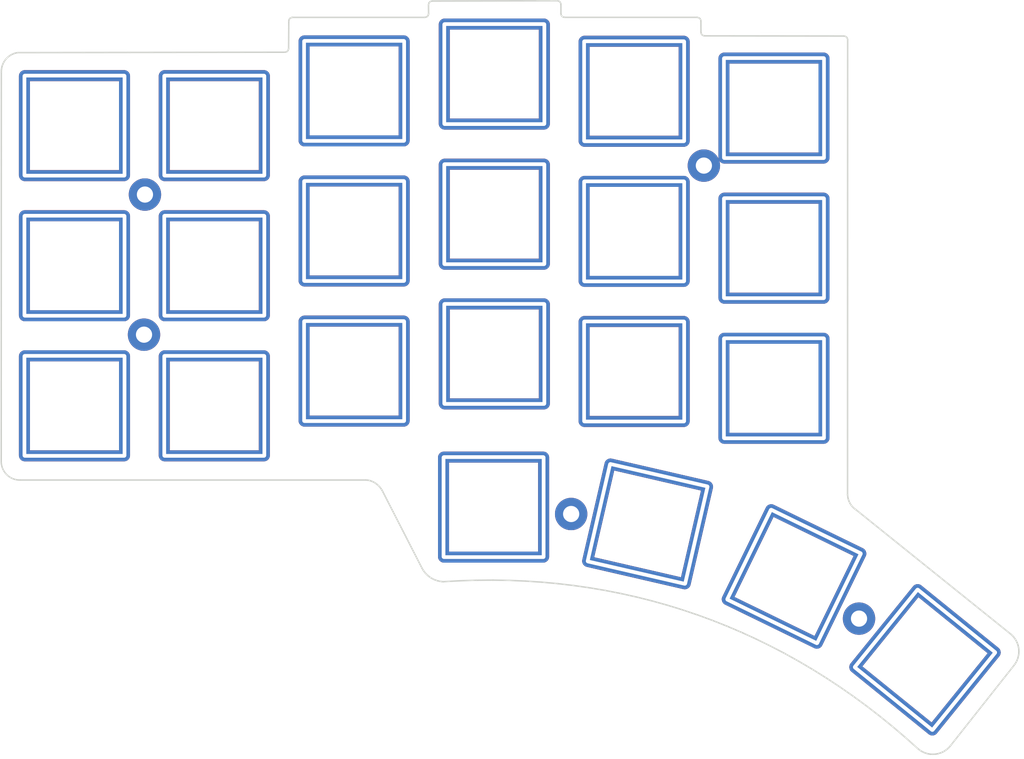
<source format=kicad_pcb>
(kicad_pcb (version 20171130) (host pcbnew "(5.1.6-0-10_14)")

  (general
    (thickness 1.6)
    (drawings 713)
    (tracks 0)
    (zones 0)
    (modules 27)
    (nets 1)
  )

  (page A4)
  (title_block
    (title "Torn Keyboard - PCB Plate")
    (rev 2.0)
  )

  (layers
    (0 F.Cu signal)
    (31 B.Cu signal)
    (32 B.Adhes user)
    (33 F.Adhes user)
    (34 B.Paste user)
    (35 F.Paste user)
    (36 B.SilkS user)
    (37 F.SilkS user)
    (38 B.Mask user)
    (39 F.Mask user)
    (40 Dwgs.User user)
    (41 Cmts.User user)
    (42 Eco1.User user)
    (43 Eco2.User user)
    (44 Edge.Cuts user)
    (45 Margin user)
    (46 B.CrtYd user)
    (47 F.CrtYd user)
    (48 B.Fab user)
    (49 F.Fab user)
  )

  (setup
    (last_trace_width 0.3)
    (user_trace_width 0.25)
    (user_trace_width 0.3)
    (user_trace_width 0.4)
    (user_trace_width 0.6)
    (trace_clearance 0.2)
    (zone_clearance 0.508)
    (zone_45_only no)
    (trace_min 0.15)
    (via_size 1)
    (via_drill 0.6)
    (via_min_size 0.4)
    (via_min_drill 0.3)
    (user_via 1.7 1)
    (uvia_size 0.3)
    (uvia_drill 0.1)
    (uvias_allowed no)
    (uvia_min_size 0.2)
    (uvia_min_drill 0.1)
    (edge_width 0.15)
    (segment_width 0.2)
    (pcb_text_width 0.2)
    (pcb_text_size 1 1)
    (mod_edge_width 0.15)
    (mod_text_size 1 1)
    (mod_text_width 0.15)
    (pad_size 4 4)
    (pad_drill 4)
    (pad_to_mask_clearance 0.2)
    (solder_mask_min_width 0.2)
    (aux_axis_origin 0 0)
    (visible_elements FFFFFF7F)
    (pcbplotparams
      (layerselection 0x010fc_ffffffff)
      (usegerberextensions true)
      (usegerberattributes true)
      (usegerberadvancedattributes true)
      (creategerberjobfile true)
      (excludeedgelayer true)
      (linewidth 0.100000)
      (plotframeref false)
      (viasonmask false)
      (mode 1)
      (useauxorigin false)
      (hpglpennumber 1)
      (hpglpenspeed 20)
      (hpglpendiameter 15.000000)
      (psnegative false)
      (psa4output false)
      (plotreference true)
      (plotvalue true)
      (plotinvisibletext false)
      (padsonsilk false)
      (subtractmaskfromsilk false)
      (outputformat 1)
      (mirror false)
      (drillshape 0)
      (scaleselection 1)
      (outputdirectory "gerber/"))
  )

  (net 0 "")

  (net_class Default "This is the default net class."
    (clearance 0.2)
    (trace_width 0.3)
    (via_dia 1)
    (via_drill 0.6)
    (uvia_dia 0.3)
    (uvia_drill 0.1)
  )

  (net_class Power ""
    (clearance 0.3)
    (trace_width 0.6)
    (via_dia 1.2)
    (via_drill 0.8)
    (uvia_dia 0.3)
    (uvia_drill 0.1)
  )

  (module kbd:SW_Hole_TH (layer F.Cu) (tedit 5DC1A8B7) (tstamp 5F33A318)
    (at 181.557807 133.490221 141)
    (fp_text reference SW2 (at 7 8.1 141) (layer F.SilkS) hide
      (effects (font (size 1 1) (thickness 0.15)))
    )
    (fp_text value KEY_SWITCH (at -7.4 -8.1 141) (layer F.Fab) hide
      (effects (font (size 1 1) (thickness 0.15)))
    )
    (fp_line (start 9.525 -9.525) (end -9.525 -9.525) (layer F.Fab) (width 0.15))
    (fp_line (start -9.525 -9.525) (end -9.525 9.525) (layer F.Fab) (width 0.15))
    (fp_line (start -9.525 9.525) (end 9.525 9.525) (layer F.Fab) (width 0.15))
    (fp_line (start 9.525 9.525) (end 9.525 -9.525) (layer F.Fab) (width 0.15))
    (pad 1 thru_hole oval (at 0 -6.8 231) (size 1.5 15) (drill oval 0.5 14) (layers *.Cu *.Mask))
    (pad 1 thru_hole oval (at 0 6.8 231) (size 1.5 15) (drill oval 0.5 14) (layers *.Cu *.Mask))
    (pad 1 thru_hole oval (at -6.8 0 141) (size 1.5 15) (drill oval 0.5 14) (layers *.Cu *.Mask))
    (pad 1 thru_hole oval (at 6.8 0 141) (size 1.5 15) (drill oval 0.5 14) (layers *.Cu *.Mask))
  )

  (module kbd:SW_Hole_TH (layer F.Cu) (tedit 5DC1A8B7) (tstamp 5F3115A6)
    (at 163.762924 122.1582 154)
    (fp_text reference SW2 (at 7 8.1 154) (layer F.SilkS) hide
      (effects (font (size 1 1) (thickness 0.15)))
    )
    (fp_text value KEY_SWITCH (at -7.4 -8.1 154) (layer F.Fab) hide
      (effects (font (size 1 1) (thickness 0.15)))
    )
    (fp_line (start 9.525 -9.525) (end -9.525 -9.525) (layer F.Fab) (width 0.15))
    (fp_line (start -9.525 -9.525) (end -9.525 9.525) (layer F.Fab) (width 0.15))
    (fp_line (start -9.525 9.525) (end 9.525 9.525) (layer F.Fab) (width 0.15))
    (fp_line (start 9.525 9.525) (end 9.525 -9.525) (layer F.Fab) (width 0.15))
    (pad 1 thru_hole oval (at 0 -6.8 244) (size 1.5 15) (drill oval 0.5 14) (layers *.Cu *.Mask))
    (pad 1 thru_hole oval (at 0 6.8 244) (size 1.5 15) (drill oval 0.5 14) (layers *.Cu *.Mask))
    (pad 1 thru_hole oval (at -6.8 0 154) (size 1.5 15) (drill oval 0.5 14) (layers *.Cu *.Mask))
    (pad 1 thru_hole oval (at 6.8 0 154) (size 1.5 15) (drill oval 0.5 14) (layers *.Cu *.Mask))
  )

  (module kbd:SW_Hole_TH (layer F.Cu) (tedit 5DC1A8B7) (tstamp 5F31154A)
    (at 143.8656 115.0112 167)
    (fp_text reference SW2 (at 7 8.1 167) (layer F.SilkS) hide
      (effects (font (size 1 1) (thickness 0.15)))
    )
    (fp_text value KEY_SWITCH (at -7.4 -8.1 167) (layer F.Fab) hide
      (effects (font (size 1 1) (thickness 0.15)))
    )
    (fp_line (start 9.525 9.525) (end 9.525 -9.525) (layer F.Fab) (width 0.15))
    (fp_line (start -9.525 9.525) (end 9.525 9.525) (layer F.Fab) (width 0.15))
    (fp_line (start -9.525 -9.525) (end -9.525 9.525) (layer F.Fab) (width 0.15))
    (fp_line (start 9.525 -9.525) (end -9.525 -9.525) (layer F.Fab) (width 0.15))
    (pad 1 thru_hole oval (at 6.8 0 167) (size 1.5 15) (drill oval 0.5 14) (layers *.Cu *.Mask))
    (pad 1 thru_hole oval (at -6.8 0 167) (size 1.5 15) (drill oval 0.5 14) (layers *.Cu *.Mask))
    (pad 1 thru_hole oval (at 0 6.8 257) (size 1.5 15) (drill oval 0.5 14) (layers *.Cu *.Mask))
    (pad 1 thru_hole oval (at 0 -6.8 257) (size 1.5 15) (drill oval 0.5 14) (layers *.Cu *.Mask))
  )

  (module kbd:SW_Hole_TH (layer F.Cu) (tedit 5DC1A8B7) (tstamp 5F33A318)
    (at 122.936 112.7252)
    (fp_text reference SW2 (at 7 8.1) (layer F.SilkS) hide
      (effects (font (size 1 1) (thickness 0.15)))
    )
    (fp_text value KEY_SWITCH (at -7.4 -8.1) (layer F.Fab) hide
      (effects (font (size 1 1) (thickness 0.15)))
    )
    (fp_line (start 9.525 -9.525) (end -9.525 -9.525) (layer F.Fab) (width 0.15))
    (fp_line (start -9.525 -9.525) (end -9.525 9.525) (layer F.Fab) (width 0.15))
    (fp_line (start -9.525 9.525) (end 9.525 9.525) (layer F.Fab) (width 0.15))
    (fp_line (start 9.525 9.525) (end 9.525 -9.525) (layer F.Fab) (width 0.15))
    (pad 1 thru_hole oval (at 0 -6.8 90) (size 1.5 15) (drill oval 0.5 14) (layers *.Cu *.Mask))
    (pad 1 thru_hole oval (at 0 6.8 90) (size 1.5 15) (drill oval 0.5 14) (layers *.Cu *.Mask))
    (pad 1 thru_hole oval (at -6.8 0) (size 1.5 15) (drill oval 0.5 14) (layers *.Cu *.Mask))
    (pad 1 thru_hole oval (at 6.8 0) (size 1.5 15) (drill oval 0.5 14) (layers *.Cu *.Mask))
  )

  (module kbd:SW_Hole_TH (layer F.Cu) (tedit 5DC1A8B7) (tstamp 5F3114CB)
    (at 161.036 58.4708)
    (fp_text reference SW2 (at 7 8.1) (layer F.SilkS) hide
      (effects (font (size 1 1) (thickness 0.15)))
    )
    (fp_text value KEY_SWITCH (at -7.4 -8.1) (layer F.Fab) hide
      (effects (font (size 1 1) (thickness 0.15)))
    )
    (fp_line (start 9.525 -9.525) (end -9.525 -9.525) (layer F.Fab) (width 0.15))
    (fp_line (start -9.525 -9.525) (end -9.525 9.525) (layer F.Fab) (width 0.15))
    (fp_line (start -9.525 9.525) (end 9.525 9.525) (layer F.Fab) (width 0.15))
    (fp_line (start 9.525 9.525) (end 9.525 -9.525) (layer F.Fab) (width 0.15))
    (pad 1 thru_hole oval (at 6.8 0) (size 1.5 15) (drill oval 0.5 14) (layers *.Cu *.Mask))
    (pad 1 thru_hole oval (at -6.8 0) (size 1.5 15) (drill oval 0.5 14) (layers *.Cu *.Mask))
    (pad 1 thru_hole oval (at 0 6.8 90) (size 1.5 15) (drill oval 0.5 14) (layers *.Cu *.Mask))
    (pad 1 thru_hole oval (at 0 -6.8 90) (size 1.5 15) (drill oval 0.5 14) (layers *.Cu *.Mask))
  )

  (module kbd:SW_Hole_TH (layer F.Cu) (tedit 5DC1A8B7) (tstamp 5F3114C0)
    (at 161.036 96.5708)
    (fp_text reference SW2 (at 7 8.1) (layer F.SilkS) hide
      (effects (font (size 1 1) (thickness 0.15)))
    )
    (fp_text value KEY_SWITCH (at -7.4 -8.1) (layer F.Fab) hide
      (effects (font (size 1 1) (thickness 0.15)))
    )
    (fp_line (start 9.525 -9.525) (end -9.525 -9.525) (layer F.Fab) (width 0.15))
    (fp_line (start -9.525 -9.525) (end -9.525 9.525) (layer F.Fab) (width 0.15))
    (fp_line (start -9.525 9.525) (end 9.525 9.525) (layer F.Fab) (width 0.15))
    (fp_line (start 9.525 9.525) (end 9.525 -9.525) (layer F.Fab) (width 0.15))
    (pad 1 thru_hole oval (at 6.8 0) (size 1.5 15) (drill oval 0.5 14) (layers *.Cu *.Mask))
    (pad 1 thru_hole oval (at -6.8 0) (size 1.5 15) (drill oval 0.5 14) (layers *.Cu *.Mask))
    (pad 1 thru_hole oval (at 0 6.8 90) (size 1.5 15) (drill oval 0.5 14) (layers *.Cu *.Mask))
    (pad 1 thru_hole oval (at 0 -6.8 90) (size 1.5 15) (drill oval 0.5 14) (layers *.Cu *.Mask))
  )

  (module kbd:SW_Hole_TH (layer F.Cu) (tedit 5DC1A8B7) (tstamp 5F3114B5)
    (at 161.036 77.5208)
    (fp_text reference SW2 (at 7 8.1) (layer F.SilkS) hide
      (effects (font (size 1 1) (thickness 0.15)))
    )
    (fp_text value KEY_SWITCH (at -7.4 -8.1) (layer F.Fab) hide
      (effects (font (size 1 1) (thickness 0.15)))
    )
    (fp_line (start 9.525 9.525) (end 9.525 -9.525) (layer F.Fab) (width 0.15))
    (fp_line (start -9.525 9.525) (end 9.525 9.525) (layer F.Fab) (width 0.15))
    (fp_line (start -9.525 -9.525) (end -9.525 9.525) (layer F.Fab) (width 0.15))
    (fp_line (start 9.525 -9.525) (end -9.525 -9.525) (layer F.Fab) (width 0.15))
    (pad 1 thru_hole oval (at 0 -6.8 90) (size 1.5 15) (drill oval 0.5 14) (layers *.Cu *.Mask))
    (pad 1 thru_hole oval (at 0 6.8 90) (size 1.5 15) (drill oval 0.5 14) (layers *.Cu *.Mask))
    (pad 1 thru_hole oval (at -6.8 0) (size 1.5 15) (drill oval 0.5 14) (layers *.Cu *.Mask))
    (pad 1 thru_hole oval (at 6.8 0) (size 1.5 15) (drill oval 0.5 14) (layers *.Cu *.Mask))
  )

  (module kbd:SW_Hole_TH (layer F.Cu) (tedit 5DC1A8B7) (tstamp 5F3113F0)
    (at 142.0368 56.1848)
    (fp_text reference SW2 (at 7 8.1) (layer F.SilkS) hide
      (effects (font (size 1 1) (thickness 0.15)))
    )
    (fp_text value KEY_SWITCH (at -7.4 -8.1) (layer F.Fab) hide
      (effects (font (size 1 1) (thickness 0.15)))
    )
    (fp_line (start 9.525 9.525) (end 9.525 -9.525) (layer F.Fab) (width 0.15))
    (fp_line (start -9.525 9.525) (end 9.525 9.525) (layer F.Fab) (width 0.15))
    (fp_line (start -9.525 -9.525) (end -9.525 9.525) (layer F.Fab) (width 0.15))
    (fp_line (start 9.525 -9.525) (end -9.525 -9.525) (layer F.Fab) (width 0.15))
    (pad 1 thru_hole oval (at 0 -6.8 90) (size 1.5 15) (drill oval 0.5 14) (layers *.Cu *.Mask))
    (pad 1 thru_hole oval (at 0 6.8 90) (size 1.5 15) (drill oval 0.5 14) (layers *.Cu *.Mask))
    (pad 1 thru_hole oval (at -6.8 0) (size 1.5 15) (drill oval 0.5 14) (layers *.Cu *.Mask))
    (pad 1 thru_hole oval (at 6.8 0) (size 1.5 15) (drill oval 0.5 14) (layers *.Cu *.Mask))
  )

  (module kbd:SW_Hole_TH (layer F.Cu) (tedit 5DC1A8B7) (tstamp 5F3113E5)
    (at 142.0368 94.2848)
    (fp_text reference SW2 (at 7 8.1) (layer F.SilkS) hide
      (effects (font (size 1 1) (thickness 0.15)))
    )
    (fp_text value KEY_SWITCH (at -7.4 -8.1) (layer F.Fab) hide
      (effects (font (size 1 1) (thickness 0.15)))
    )
    (fp_line (start 9.525 9.525) (end 9.525 -9.525) (layer F.Fab) (width 0.15))
    (fp_line (start -9.525 9.525) (end 9.525 9.525) (layer F.Fab) (width 0.15))
    (fp_line (start -9.525 -9.525) (end -9.525 9.525) (layer F.Fab) (width 0.15))
    (fp_line (start 9.525 -9.525) (end -9.525 -9.525) (layer F.Fab) (width 0.15))
    (pad 1 thru_hole oval (at 0 -6.8 90) (size 1.5 15) (drill oval 0.5 14) (layers *.Cu *.Mask))
    (pad 1 thru_hole oval (at 0 6.8 90) (size 1.5 15) (drill oval 0.5 14) (layers *.Cu *.Mask))
    (pad 1 thru_hole oval (at -6.8 0) (size 1.5 15) (drill oval 0.5 14) (layers *.Cu *.Mask))
    (pad 1 thru_hole oval (at 6.8 0) (size 1.5 15) (drill oval 0.5 14) (layers *.Cu *.Mask))
  )

  (module kbd:SW_Hole_TH (layer F.Cu) (tedit 5DC1A8B7) (tstamp 5F3113DA)
    (at 142.0368 75.2348)
    (fp_text reference SW2 (at 7 8.1) (layer F.SilkS) hide
      (effects (font (size 1 1) (thickness 0.15)))
    )
    (fp_text value KEY_SWITCH (at -7.4 -8.1) (layer F.Fab) hide
      (effects (font (size 1 1) (thickness 0.15)))
    )
    (fp_line (start 9.525 -9.525) (end -9.525 -9.525) (layer F.Fab) (width 0.15))
    (fp_line (start -9.525 -9.525) (end -9.525 9.525) (layer F.Fab) (width 0.15))
    (fp_line (start -9.525 9.525) (end 9.525 9.525) (layer F.Fab) (width 0.15))
    (fp_line (start 9.525 9.525) (end 9.525 -9.525) (layer F.Fab) (width 0.15))
    (pad 1 thru_hole oval (at 6.8 0) (size 1.5 15) (drill oval 0.5 14) (layers *.Cu *.Mask))
    (pad 1 thru_hole oval (at -6.8 0) (size 1.5 15) (drill oval 0.5 14) (layers *.Cu *.Mask))
    (pad 1 thru_hole oval (at 0 6.8 90) (size 1.5 15) (drill oval 0.5 14) (layers *.Cu *.Mask))
    (pad 1 thru_hole oval (at 0 -6.8 90) (size 1.5 15) (drill oval 0.5 14) (layers *.Cu *.Mask))
  )

  (module kbd:SW_Hole_TH (layer F.Cu) (tedit 5DC1A8B7) (tstamp 5F3113AA)
    (at 123.0376 53.848)
    (fp_text reference SW2 (at 7 8.1) (layer F.SilkS) hide
      (effects (font (size 1 1) (thickness 0.15)))
    )
    (fp_text value KEY_SWITCH (at -7.4 -8.1) (layer F.Fab) hide
      (effects (font (size 1 1) (thickness 0.15)))
    )
    (fp_line (start 9.525 -9.525) (end -9.525 -9.525) (layer F.Fab) (width 0.15))
    (fp_line (start -9.525 -9.525) (end -9.525 9.525) (layer F.Fab) (width 0.15))
    (fp_line (start -9.525 9.525) (end 9.525 9.525) (layer F.Fab) (width 0.15))
    (fp_line (start 9.525 9.525) (end 9.525 -9.525) (layer F.Fab) (width 0.15))
    (pad 1 thru_hole oval (at 6.8 0) (size 1.5 15) (drill oval 0.5 14) (layers *.Cu *.Mask))
    (pad 1 thru_hole oval (at -6.8 0) (size 1.5 15) (drill oval 0.5 14) (layers *.Cu *.Mask))
    (pad 1 thru_hole oval (at 0 6.8 90) (size 1.5 15) (drill oval 0.5 14) (layers *.Cu *.Mask))
    (pad 1 thru_hole oval (at 0 -6.8 90) (size 1.5 15) (drill oval 0.5 14) (layers *.Cu *.Mask))
  )

  (module kbd:SW_Hole_TH (layer F.Cu) (tedit 5DC1A8B7) (tstamp 5F31139F)
    (at 123.0376 91.8972)
    (fp_text reference SW2 (at 7 8.1) (layer F.SilkS) hide
      (effects (font (size 1 1) (thickness 0.15)))
    )
    (fp_text value KEY_SWITCH (at -7.4 -8.1) (layer F.Fab) hide
      (effects (font (size 1 1) (thickness 0.15)))
    )
    (fp_line (start 9.525 -9.525) (end -9.525 -9.525) (layer F.Fab) (width 0.15))
    (fp_line (start -9.525 -9.525) (end -9.525 9.525) (layer F.Fab) (width 0.15))
    (fp_line (start -9.525 9.525) (end 9.525 9.525) (layer F.Fab) (width 0.15))
    (fp_line (start 9.525 9.525) (end 9.525 -9.525) (layer F.Fab) (width 0.15))
    (pad 1 thru_hole oval (at 6.8 0) (size 1.5 15) (drill oval 0.5 14) (layers *.Cu *.Mask))
    (pad 1 thru_hole oval (at -6.8 0) (size 1.5 15) (drill oval 0.5 14) (layers *.Cu *.Mask))
    (pad 1 thru_hole oval (at 0 6.8 90) (size 1.5 15) (drill oval 0.5 14) (layers *.Cu *.Mask))
    (pad 1 thru_hole oval (at 0 -6.8 90) (size 1.5 15) (drill oval 0.5 14) (layers *.Cu *.Mask))
  )

  (module kbd:SW_Hole_TH (layer F.Cu) (tedit 5DC1A8B7) (tstamp 5F311394)
    (at 123.0376 72.898)
    (fp_text reference SW2 (at 7 8.1) (layer F.SilkS) hide
      (effects (font (size 1 1) (thickness 0.15)))
    )
    (fp_text value KEY_SWITCH (at -7.4 -8.1) (layer F.Fab) hide
      (effects (font (size 1 1) (thickness 0.15)))
    )
    (fp_line (start 9.525 9.525) (end 9.525 -9.525) (layer F.Fab) (width 0.15))
    (fp_line (start -9.525 9.525) (end 9.525 9.525) (layer F.Fab) (width 0.15))
    (fp_line (start -9.525 -9.525) (end -9.525 9.525) (layer F.Fab) (width 0.15))
    (fp_line (start 9.525 -9.525) (end -9.525 -9.525) (layer F.Fab) (width 0.15))
    (pad 1 thru_hole oval (at 0 -6.8 90) (size 1.5 15) (drill oval 0.5 14) (layers *.Cu *.Mask))
    (pad 1 thru_hole oval (at 0 6.8 90) (size 1.5 15) (drill oval 0.5 14) (layers *.Cu *.Mask))
    (pad 1 thru_hole oval (at -6.8 0) (size 1.5 15) (drill oval 0.5 14) (layers *.Cu *.Mask))
    (pad 1 thru_hole oval (at 6.8 0) (size 1.5 15) (drill oval 0.5 14) (layers *.Cu *.Mask))
  )

  (module kbd:SW_Hole_TH (layer F.Cu) (tedit 5DC1A8B7) (tstamp 5F31133F)
    (at 103.9876 56.134)
    (fp_text reference SW2 (at 7 8.1) (layer F.SilkS) hide
      (effects (font (size 1 1) (thickness 0.15)))
    )
    (fp_text value KEY_SWITCH (at -7.4 -8.1) (layer F.Fab) hide
      (effects (font (size 1 1) (thickness 0.15)))
    )
    (fp_line (start 9.525 9.525) (end 9.525 -9.525) (layer F.Fab) (width 0.15))
    (fp_line (start -9.525 9.525) (end 9.525 9.525) (layer F.Fab) (width 0.15))
    (fp_line (start -9.525 -9.525) (end -9.525 9.525) (layer F.Fab) (width 0.15))
    (fp_line (start 9.525 -9.525) (end -9.525 -9.525) (layer F.Fab) (width 0.15))
    (pad 1 thru_hole oval (at 0 -6.8 90) (size 1.5 15) (drill oval 0.5 14) (layers *.Cu *.Mask))
    (pad 1 thru_hole oval (at 0 6.8 90) (size 1.5 15) (drill oval 0.5 14) (layers *.Cu *.Mask))
    (pad 1 thru_hole oval (at -6.8 0) (size 1.5 15) (drill oval 0.5 14) (layers *.Cu *.Mask))
    (pad 1 thru_hole oval (at 6.8 0) (size 1.5 15) (drill oval 0.5 14) (layers *.Cu *.Mask))
  )

  (module kbd:SW_Hole_TH (layer F.Cu) (tedit 5DC1A8B7) (tstamp 5F311334)
    (at 103.9876 94.234)
    (fp_text reference SW2 (at 7 8.1) (layer F.SilkS) hide
      (effects (font (size 1 1) (thickness 0.15)))
    )
    (fp_text value KEY_SWITCH (at -7.4 -8.1) (layer F.Fab) hide
      (effects (font (size 1 1) (thickness 0.15)))
    )
    (fp_line (start 9.525 9.525) (end 9.525 -9.525) (layer F.Fab) (width 0.15))
    (fp_line (start -9.525 9.525) (end 9.525 9.525) (layer F.Fab) (width 0.15))
    (fp_line (start -9.525 -9.525) (end -9.525 9.525) (layer F.Fab) (width 0.15))
    (fp_line (start 9.525 -9.525) (end -9.525 -9.525) (layer F.Fab) (width 0.15))
    (pad 1 thru_hole oval (at 0 -6.8 90) (size 1.5 15) (drill oval 0.5 14) (layers *.Cu *.Mask))
    (pad 1 thru_hole oval (at 0 6.8 90) (size 1.5 15) (drill oval 0.5 14) (layers *.Cu *.Mask))
    (pad 1 thru_hole oval (at -6.8 0) (size 1.5 15) (drill oval 0.5 14) (layers *.Cu *.Mask))
    (pad 1 thru_hole oval (at 6.8 0) (size 1.5 15) (drill oval 0.5 14) (layers *.Cu *.Mask))
  )

  (module kbd:SW_Hole_TH (layer F.Cu) (tedit 5DC1A8B7) (tstamp 5F311329)
    (at 103.9876 75.184)
    (fp_text reference SW2 (at 7 8.1) (layer F.SilkS) hide
      (effects (font (size 1 1) (thickness 0.15)))
    )
    (fp_text value KEY_SWITCH (at -7.4 -8.1) (layer F.Fab) hide
      (effects (font (size 1 1) (thickness 0.15)))
    )
    (fp_line (start 9.525 -9.525) (end -9.525 -9.525) (layer F.Fab) (width 0.15))
    (fp_line (start -9.525 -9.525) (end -9.525 9.525) (layer F.Fab) (width 0.15))
    (fp_line (start -9.525 9.525) (end 9.525 9.525) (layer F.Fab) (width 0.15))
    (fp_line (start 9.525 9.525) (end 9.525 -9.525) (layer F.Fab) (width 0.15))
    (pad 1 thru_hole oval (at 6.8 0) (size 1.5 15) (drill oval 0.5 14) (layers *.Cu *.Mask))
    (pad 1 thru_hole oval (at -6.8 0) (size 1.5 15) (drill oval 0.5 14) (layers *.Cu *.Mask))
    (pad 1 thru_hole oval (at 0 6.8 90) (size 1.5 15) (drill oval 0.5 14) (layers *.Cu *.Mask))
    (pad 1 thru_hole oval (at 0 -6.8 90) (size 1.5 15) (drill oval 0.5 14) (layers *.Cu *.Mask))
  )

  (module kbd:SW_Hole_TH (layer F.Cu) (tedit 5DC1A8B7) (tstamp 5F311304)
    (at 84.9884 98.9584)
    (fp_text reference SW2 (at 7 8.1) (layer F.SilkS) hide
      (effects (font (size 1 1) (thickness 0.15)))
    )
    (fp_text value KEY_SWITCH (at -7.4 -8.1) (layer F.Fab) hide
      (effects (font (size 1 1) (thickness 0.15)))
    )
    (fp_line (start 9.525 -9.525) (end -9.525 -9.525) (layer F.Fab) (width 0.15))
    (fp_line (start -9.525 -9.525) (end -9.525 9.525) (layer F.Fab) (width 0.15))
    (fp_line (start -9.525 9.525) (end 9.525 9.525) (layer F.Fab) (width 0.15))
    (fp_line (start 9.525 9.525) (end 9.525 -9.525) (layer F.Fab) (width 0.15))
    (pad 1 thru_hole oval (at 6.8 0) (size 1.5 15) (drill oval 0.5 14) (layers *.Cu *.Mask))
    (pad 1 thru_hole oval (at -6.8 0) (size 1.5 15) (drill oval 0.5 14) (layers *.Cu *.Mask))
    (pad 1 thru_hole oval (at 0 6.8 90) (size 1.5 15) (drill oval 0.5 14) (layers *.Cu *.Mask))
    (pad 1 thru_hole oval (at 0 -6.8 90) (size 1.5 15) (drill oval 0.5 14) (layers *.Cu *.Mask))
  )

  (module kbd:SW_Hole_TH (layer F.Cu) (tedit 5DC1A8B7) (tstamp 5F3112F9)
    (at 65.9892 98.9584)
    (fp_text reference SW2 (at 7 8.1) (layer F.SilkS) hide
      (effects (font (size 1 1) (thickness 0.15)))
    )
    (fp_text value KEY_SWITCH (at -7.4 -8.1) (layer F.Fab) hide
      (effects (font (size 1 1) (thickness 0.15)))
    )
    (fp_line (start 9.525 9.525) (end 9.525 -9.525) (layer F.Fab) (width 0.15))
    (fp_line (start -9.525 9.525) (end 9.525 9.525) (layer F.Fab) (width 0.15))
    (fp_line (start -9.525 -9.525) (end -9.525 9.525) (layer F.Fab) (width 0.15))
    (fp_line (start 9.525 -9.525) (end -9.525 -9.525) (layer F.Fab) (width 0.15))
    (pad 1 thru_hole oval (at 0 -6.8 90) (size 1.5 15) (drill oval 0.5 14) (layers *.Cu *.Mask))
    (pad 1 thru_hole oval (at 0 6.8 90) (size 1.5 15) (drill oval 0.5 14) (layers *.Cu *.Mask))
    (pad 1 thru_hole oval (at -6.8 0) (size 1.5 15) (drill oval 0.5 14) (layers *.Cu *.Mask))
    (pad 1 thru_hole oval (at 6.8 0) (size 1.5 15) (drill oval 0.5 14) (layers *.Cu *.Mask))
  )

  (module kbd:SW_Hole_TH (layer F.Cu) (tedit 5DC1A8B7) (tstamp 5F3112D5)
    (at 84.9884 79.9084)
    (fp_text reference SW2 (at 7 8.1) (layer F.SilkS) hide
      (effects (font (size 1 1) (thickness 0.15)))
    )
    (fp_text value KEY_SWITCH (at -7.4 -8.1) (layer F.Fab) hide
      (effects (font (size 1 1) (thickness 0.15)))
    )
    (fp_line (start 9.525 9.525) (end 9.525 -9.525) (layer F.Fab) (width 0.15))
    (fp_line (start -9.525 9.525) (end 9.525 9.525) (layer F.Fab) (width 0.15))
    (fp_line (start -9.525 -9.525) (end -9.525 9.525) (layer F.Fab) (width 0.15))
    (fp_line (start 9.525 -9.525) (end -9.525 -9.525) (layer F.Fab) (width 0.15))
    (pad 1 thru_hole oval (at 0 -6.8 90) (size 1.5 15) (drill oval 0.5 14) (layers *.Cu *.Mask))
    (pad 1 thru_hole oval (at 0 6.8 90) (size 1.5 15) (drill oval 0.5 14) (layers *.Cu *.Mask))
    (pad 1 thru_hole oval (at -6.8 0) (size 1.5 15) (drill oval 0.5 14) (layers *.Cu *.Mask))
    (pad 1 thru_hole oval (at 6.8 0) (size 1.5 15) (drill oval 0.5 14) (layers *.Cu *.Mask))
  )

  (module kbd:SW_Hole_TH (layer F.Cu) (tedit 5DC1A8B7) (tstamp 5F3112CA)
    (at 65.9892 79.9084)
    (fp_text reference SW2 (at 7 8.1) (layer F.SilkS) hide
      (effects (font (size 1 1) (thickness 0.15)))
    )
    (fp_text value KEY_SWITCH (at -7.4 -8.1) (layer F.Fab) hide
      (effects (font (size 1 1) (thickness 0.15)))
    )
    (fp_line (start 9.525 -9.525) (end -9.525 -9.525) (layer F.Fab) (width 0.15))
    (fp_line (start -9.525 -9.525) (end -9.525 9.525) (layer F.Fab) (width 0.15))
    (fp_line (start -9.525 9.525) (end 9.525 9.525) (layer F.Fab) (width 0.15))
    (fp_line (start 9.525 9.525) (end 9.525 -9.525) (layer F.Fab) (width 0.15))
    (pad 1 thru_hole oval (at 6.8 0) (size 1.5 15) (drill oval 0.5 14) (layers *.Cu *.Mask))
    (pad 1 thru_hole oval (at -6.8 0) (size 1.5 15) (drill oval 0.5 14) (layers *.Cu *.Mask))
    (pad 1 thru_hole oval (at 0 6.8 90) (size 1.5 15) (drill oval 0.5 14) (layers *.Cu *.Mask))
    (pad 1 thru_hole oval (at 0 -6.8 90) (size 1.5 15) (drill oval 0.5 14) (layers *.Cu *.Mask))
  )

  (module kbd:SW_Hole_TH (layer F.Cu) (tedit 5DC1A8B7) (tstamp 5F311297)
    (at 84.9884 60.8584)
    (fp_text reference SW2 (at 7 8.1) (layer F.SilkS) hide
      (effects (font (size 1 1) (thickness 0.15)))
    )
    (fp_text value KEY_SWITCH (at -7.4 -8.1) (layer F.Fab) hide
      (effects (font (size 1 1) (thickness 0.15)))
    )
    (fp_line (start 9.525 -9.525) (end -9.525 -9.525) (layer F.Fab) (width 0.15))
    (fp_line (start -9.525 -9.525) (end -9.525 9.525) (layer F.Fab) (width 0.15))
    (fp_line (start -9.525 9.525) (end 9.525 9.525) (layer F.Fab) (width 0.15))
    (fp_line (start 9.525 9.525) (end 9.525 -9.525) (layer F.Fab) (width 0.15))
    (pad 1 thru_hole oval (at 6.8 0) (size 1.5 15) (drill oval 0.5 14) (layers *.Cu *.Mask))
    (pad 1 thru_hole oval (at -6.8 0) (size 1.5 15) (drill oval 0.5 14) (layers *.Cu *.Mask))
    (pad 1 thru_hole oval (at 0 6.8 90) (size 1.5 15) (drill oval 0.5 14) (layers *.Cu *.Mask))
    (pad 1 thru_hole oval (at 0 -6.8 90) (size 1.5 15) (drill oval 0.5 14) (layers *.Cu *.Mask))
  )

  (module kbd:SW_Hole_TH (layer F.Cu) (tedit 5DC1A8B7) (tstamp 5F311268)
    (at 65.9892 60.8584)
    (fp_text reference SW2 (at 7 8.1) (layer F.SilkS) hide
      (effects (font (size 1 1) (thickness 0.15)))
    )
    (fp_text value KEY_SWITCH (at -7.4 -8.1) (layer F.Fab) hide
      (effects (font (size 1 1) (thickness 0.15)))
    )
    (fp_line (start 9.525 9.525) (end 9.525 -9.525) (layer F.Fab) (width 0.15))
    (fp_line (start -9.525 9.525) (end 9.525 9.525) (layer F.Fab) (width 0.15))
    (fp_line (start -9.525 -9.525) (end -9.525 9.525) (layer F.Fab) (width 0.15))
    (fp_line (start 9.525 -9.525) (end -9.525 -9.525) (layer F.Fab) (width 0.15))
    (pad 1 thru_hole oval (at 0 -6.8 90) (size 1.5 15) (drill oval 0.5 14) (layers *.Cu *.Mask))
    (pad 1 thru_hole oval (at 0 6.8 90) (size 1.5 15) (drill oval 0.5 14) (layers *.Cu *.Mask))
    (pad 1 thru_hole oval (at -6.8 0) (size 1.5 15) (drill oval 0.5 14) (layers *.Cu *.Mask))
    (pad 1 thru_hole oval (at 6.8 0) (size 1.5 15) (drill oval 0.5 14) (layers *.Cu *.Mask))
  )

  (module footprints:MountingHole_2.2mm_M2_Pad locked (layer B.Cu) (tedit 5CFB748D) (tstamp 5F30FBE3)
    (at 75.565 70.231 180)
    (descr "Mounting Hole 2.2mm, M2")
    (tags "mounting hole 2.2mm m2")
    (path /5C13CC58)
    (attr virtual)
    (fp_text reference H10 (at 0 3.2 180) (layer Cmts.User)
      (effects (font (size 1 1) (thickness 0.15)))
    )
    (fp_text value M2 (at 0 -3.2 180) (layer B.Fab)
      (effects (font (size 1 1) (thickness 0.15)) (justify mirror))
    )
    (fp_circle (center 0 0) (end 2.45 0) (layer B.CrtYd) (width 0.05))
    (fp_circle (center 0 0) (end 2.2 0) (layer Cmts.User) (width 0.15))
    (fp_text user %R (at 0.3 0 180) (layer B.Fab)
      (effects (font (size 1 1) (thickness 0.15)) (justify mirror))
    )
    (pad 1 thru_hole circle (at 0 0 180) (size 4.4 4.4) (drill 2.2) (layers *.Cu *.Mask))
  )

  (module footprints:MountingHole_2.2mm_M2_Pad locked (layer B.Cu) (tedit 5CFB748D) (tstamp 5F30FAC3)
    (at 151.511 66.294 180)
    (descr "Mounting Hole 2.2mm, M2")
    (tags "mounting hole 2.2mm m2")
    (path /5C122541)
    (attr virtual)
    (fp_text reference H7 (at 0 3.2 180) (layer Cmts.User)
      (effects (font (size 1 1) (thickness 0.15)))
    )
    (fp_text value M2 (at 0 -3.2 180) (layer B.Fab)
      (effects (font (size 1 1) (thickness 0.15)) (justify mirror))
    )
    (fp_circle (center 0 0) (end 2.45 0) (layer B.CrtYd) (width 0.05))
    (fp_circle (center 0 0) (end 2.2 0) (layer Cmts.User) (width 0.15))
    (fp_text user %R (at 0.3 0 180) (layer B.Fab)
      (effects (font (size 1 1) (thickness 0.15)) (justify mirror))
    )
    (pad 1 thru_hole circle (at 0 0 180) (size 4.4 4.4) (drill 2.2) (layers *.Cu *.Mask))
  )

  (module footprints:MountingHole_2.2mm_M2_Pad locked (layer B.Cu) (tedit 5CFB748D) (tstamp 5F30FAAE)
    (at 133.477 113.665 180)
    (descr "Mounting Hole 2.2mm, M2")
    (tags "mounting hole 2.2mm m2")
    (path /5C0FAB2C)
    (attr virtual)
    (fp_text reference H6 (at 0 3.2 180) (layer Cmts.User)
      (effects (font (size 1 1) (thickness 0.15)))
    )
    (fp_text value M2 (at 0 -3.2 180) (layer B.Fab)
      (effects (font (size 1 1) (thickness 0.15)) (justify mirror))
    )
    (fp_circle (center 0 0) (end 2.45 0) (layer B.CrtYd) (width 0.05))
    (fp_circle (center 0 0) (end 2.2 0) (layer Cmts.User) (width 0.15))
    (fp_text user %R (at 0.3 0 180) (layer B.Fab)
      (effects (font (size 1 1) (thickness 0.15)) (justify mirror))
    )
    (pad 1 thru_hole circle (at 0 0 180) (size 4.4 4.4) (drill 2.2) (layers *.Cu *.Mask))
  )

  (module footprints:MountingHole_2.2mm_M2_Pad locked (layer B.Cu) (tedit 5CFB748D) (tstamp 5F30F87D)
    (at 172.593 127.889 180)
    (descr "Mounting Hole 2.2mm, M2")
    (tags "mounting hole 2.2mm m2")
    (path /5C12253A)
    (attr virtual)
    (fp_text reference H4 (at 0 3.2 180) (layer Cmts.User)
      (effects (font (size 1 1) (thickness 0.15)))
    )
    (fp_text value M2 (at 0 -3.2 180) (layer B.Fab)
      (effects (font (size 1 1) (thickness 0.15)) (justify mirror))
    )
    (fp_circle (center 0 0) (end 2.45 0) (layer B.CrtYd) (width 0.05))
    (fp_circle (center 0 0) (end 2.2 0) (layer Cmts.User) (width 0.15))
    (fp_text user %R (at 0.3 0 180) (layer B.Fab)
      (effects (font (size 1 1) (thickness 0.15)) (justify mirror))
    )
    (pad 1 thru_hole circle (at 0 0 180) (size 4.4 4.4) (drill 2.2) (layers *.Cu *.Mask))
  )

  (module footprints:MountingHole_2.2mm_M2_Pad locked (layer B.Cu) (tedit 5CFB748D) (tstamp 5F30F868)
    (at 75.438 89.281 180)
    (descr "Mounting Hole 2.2mm, M2")
    (tags "mounting hole 2.2mm m2")
    (path /5C0FAB26)
    (attr virtual)
    (fp_text reference H3 (at 0 3.2 180) (layer Cmts.User)
      (effects (font (size 1 1) (thickness 0.15)))
    )
    (fp_text value M2 (at 0 -3.2 180) (layer B.Fab)
      (effects (font (size 1 1) (thickness 0.15)) (justify mirror))
    )
    (fp_circle (center 0 0) (end 2.45 0) (layer B.CrtYd) (width 0.05))
    (fp_circle (center 0 0) (end 2.2 0) (layer Cmts.User) (width 0.15))
    (fp_text user %R (at 0.3 0 180) (layer B.Fab)
      (effects (font (size 1 1) (thickness 0.15)) (justify mirror))
    )
    (pad 1 thru_hole circle (at 0 0 180) (size 4.4 4.4) (drill 2.2) (layers *.Cu *.Mask))
  )

  (gr_line (start 194.29476 131.99872) (end 194.26174 131.77266) (layer Edge.Cuts) (width 0.2) (tstamp 5F3110AF))
  (gr_line (start 194.31 132.15112) (end 194.29476 131.99872) (layer Edge.Cuts) (width 0.2) (tstamp 5F3110AE))
  (gr_line (start 194.26174 131.77266) (end 194.21094 131.55422) (layer Edge.Cuts) (width 0.2) (tstamp 5F3110AC))
  (gr_line (start 194.21094 131.55422) (end 194.14236 131.33832) (layer Edge.Cuts) (width 0.2) (tstamp 5F3110AB))
  (gr_line (start 194.14236 131.33832) (end 194.06108 131.1275) (layer Edge.Cuts) (width 0.2) (tstamp 5F3110A9))
  (gr_line (start 194.06108 131.1275) (end 193.96456 130.92684) (layer Edge.Cuts) (width 0.2) (tstamp 5F3110A8))
  (gr_line (start 193.43624 130.20294) (end 193.27114 130.048) (layer Edge.Cuts) (width 0.2) (tstamp 5F3110A6))
  (gr_line (start 193.27114 130.048) (end 193.1543 129.95148) (layer Edge.Cuts) (width 0.2) (tstamp 5F3110A5))
  (gr_line (start 193.9036 133.87832) (end 194.01028 133.6802) (layer Edge.Cuts) (width 0.2) (tstamp 5F3110A4))
  (gr_line (start 194.01028 133.6802) (end 194.09918 133.47446) (layer Edge.Cuts) (width 0.2) (tstamp 5F3110A3))
  (gr_line (start 193.64706 134.25424) (end 193.78422 134.06882) (layer Edge.Cuts) (width 0.2) (tstamp 5F3110A2))
  (gr_line (start 193.78422 134.06882) (end 193.9036 133.87832) (layer Edge.Cuts) (width 0.2) (tstamp 5F3110A1))
  (gr_line (start 193.96456 130.92684) (end 193.8528 130.73126) (layer Edge.Cuts) (width 0.2) (tstamp 5F3110A0))
  (gr_line (start 193.8528 130.73126) (end 193.7258 130.54584) (layer Edge.Cuts) (width 0.2) (tstamp 5F31109F))
  (gr_line (start 194.09918 133.47446) (end 194.17538 133.2611) (layer Edge.Cuts) (width 0.2) (tstamp 5F31109E))
  (gr_line (start 194.17538 133.2611) (end 194.2338 133.0452) (layer Edge.Cuts) (width 0.2) (tstamp 5F31109D))
  (gr_line (start 194.2338 133.0452) (end 194.27698 132.82676) (layer Edge.Cuts) (width 0.2) (tstamp 5F31109C))
  (gr_line (start 194.27698 132.82676) (end 194.30492 132.60324) (layer Edge.Cuts) (width 0.2) (tstamp 5F31109B))
  (gr_line (start 194.30492 132.60324) (end 194.31508 132.37718) (layer Edge.Cuts) (width 0.2) (tstamp 5F31109A))
  (gr_line (start 194.31508 132.37718) (end 194.31 132.15112) (layer Edge.Cuts) (width 0.2) (tstamp 5F311099))
  (gr_line (start 193.7258 130.54584) (end 193.58864 130.37058) (layer Edge.Cuts) (width 0.2) (tstamp 5F311098))
  (gr_line (start 193.58864 130.37058) (end 193.43624 130.20294) (layer Edge.Cuts) (width 0.2) (tstamp 5F311097))
  (gr_line (start 172.17644 113.08334) (end 193.1543 129.95148) (layer Edge.Cuts) (width 0.2) (tstamp 5F311083))
  (gr_line (start 171.16298 111.73968) (end 171.24172 111.95304) (layer Edge.Cuts) (width 0.2) (tstamp 5F31104A))
  (gr_line (start 171.24172 111.95304) (end 171.33824 112.15624) (layer Edge.Cuts) (width 0.2) (tstamp 5F311049))
  (gr_line (start 171.05884 111.28756) (end 171.10202 111.51616) (layer Edge.Cuts) (width 0.2) (tstamp 5F311048))
  (gr_line (start 171.10202 111.51616) (end 171.16298 111.73968) (layer Edge.Cuts) (width 0.2) (tstamp 5F311047))
  (gr_line (start 171.03344 111.05134) (end 171.05884 111.28756) (layer Edge.Cuts) (width 0.2) (tstamp 5F311046))
  (gr_line (start 171.87926 112.85728) (end 172.05452 112.99698) (layer Edge.Cuts) (width 0.2) (tstamp 5F311045))
  (gr_line (start 172.05452 112.99698) (end 172.17644 113.08334) (layer Edge.Cuts) (width 0.2) (tstamp 5F311044))
  (gr_line (start 171.577 112.53216) (end 171.72178 112.70234) (layer Edge.Cuts) (width 0.2) (tstamp 5F311043))
  (gr_line (start 171.72178 112.70234) (end 171.87926 112.85728) (layer Edge.Cuts) (width 0.2) (tstamp 5F311042))
  (gr_line (start 171.33824 112.15624) (end 171.45 112.34928) (layer Edge.Cuts) (width 0.2) (tstamp 5F311041))
  (gr_line (start 171.45 112.34928) (end 171.577 112.53216) (layer Edge.Cuts) (width 0.2) (tstamp 5F311040))
  (gr_line (start 171.04614 49.18456) (end 171.03344 111.05134) (layer Edge.Cuts) (width 0.2) (tstamp 5F311037))
  (gr_curve (pts (xy 170.53814 48.67656) (xy 170.67287 48.67656) (xy 170.802082 48.730081) (xy 170.89735 48.82535)) (layer Edge.Cuts) (width 0.2) (tstamp 5F31102B))
  (gr_curve (pts (xy 170.89735 48.82535) (xy 170.992619 48.920618) (xy 171.04614 49.04983) (xy 171.04614 49.18456)) (layer Edge.Cuts) (width 0.2) (tstamp 5F31102A))
  (gr_line (start 151.6126 48.65116) (end 170.53814 48.67656) (layer Edge.Cuts) (width 0.2) (tstamp 5F311025))
  (gr_line (start 151.11476 48.15078) (end 151.16302 48.36922) (layer Edge.Cuts) (width 0.2) (tstamp 5F31100B))
  (gr_line (start 151.16302 48.36922) (end 151.2951 48.53686) (layer Edge.Cuts) (width 0.2) (tstamp 5F31100A))
  (gr_line (start 151.2951 48.53686) (end 151.48814 48.63592) (layer Edge.Cuts) (width 0.2) (tstamp 5F311009))
  (gr_line (start 151.48814 48.63592) (end 151.6126 48.65116) (layer Edge.Cuts) (width 0.2) (tstamp 5F311008))
  (gr_line (start 151.10714 46.6344) (end 151.11476 48.15078) (layer Edge.Cuts) (width 0.2) (tstamp 5F311001))
  (gr_line (start 150.60676 46.13402) (end 150.82266 46.18228) (layer Edge.Cuts) (width 0.2) (tstamp 5F310FEE))
  (gr_line (start 150.82266 46.18228) (end 150.99284 46.31436) (layer Edge.Cuts) (width 0.2) (tstamp 5F310FED))
  (gr_line (start 150.99284 46.31436) (end 151.08936 46.5074) (layer Edge.Cuts) (width 0.2) (tstamp 5F310FEC))
  (gr_line (start 151.08936 46.5074) (end 151.10714 46.6344) (layer Edge.Cuts) (width 0.2) (tstamp 5F310FEB))
  (gr_line (start 132.59054 46.13402) (end 150.60676 46.13402) (layer Edge.Cuts) (width 0.2) (tstamp 5F310FE6))
  (gr_line (start 132.46354 46.11624) (end 132.59054 46.13402) (layer Edge.Cuts) (width 0.2) (tstamp 5F310FD0))
  (gr_line (start 132.09016 45.63364) (end 132.13842 45.84954) (layer Edge.Cuts) (width 0.2) (tstamp 5F310FCF))
  (gr_line (start 132.13842 45.84954) (end 132.2705 46.01972) (layer Edge.Cuts) (width 0.2) (tstamp 5F310FCE))
  (gr_line (start 132.2705 46.01972) (end 132.46354 46.11624) (layer Edge.Cuts) (width 0.2) (tstamp 5F310FCD))
  (gr_line (start 132.08508 44.37634) (end 132.09016 45.63364) (layer Edge.Cuts) (width 0.2) (tstamp 5F310FC8))
  (gr_line (start 131.97078 44.0563) (end 132.0673 44.24934) (layer Edge.Cuts) (width 0.2) (tstamp 5F310FAD))
  (gr_line (start 132.0673 44.24934) (end 132.08508 44.37634) (layer Edge.Cuts) (width 0.2) (tstamp 5F310FAC))
  (gr_line (start 131.5847 43.87596) (end 131.8006 43.92422) (layer Edge.Cuts) (width 0.2) (tstamp 5F310FAB))
  (gr_line (start 131.8006 43.92422) (end 131.97078 44.0563) (layer Edge.Cuts) (width 0.2) (tstamp 5F310FAA))
  (gr_line (start 114.58956 43.9166) (end 131.5847 43.87596) (layer Edge.Cuts) (width 0.2) (tstamp 5F310F7F))
  (gr_line (start 114.09172 44.41698) (end 114.13998 44.19854) (layer Edge.Cuts) (width 0.2) (tstamp 5F310F69))
  (gr_line (start 114.27206 44.0309) (end 114.4651 43.93184) (layer Edge.Cuts) (width 0.2) (tstamp 5F310F68))
  (gr_line (start 114.4651 43.93184) (end 114.58956 43.9166) (layer Edge.Cuts) (width 0.2) (tstamp 5F310F67))
  (gr_line (start 114.13998 44.19854) (end 114.27206 44.0309) (layer Edge.Cuts) (width 0.2) (tstamp 5F310F66))
  (gr_line (start 114.10442 45.63872) (end 114.09172 44.41698) (layer Edge.Cuts) (width 0.2) (tstamp 5F310F60))
  (gr_line (start 113.99012 45.95622) (end 114.08664 45.76318) (layer Edge.Cuts) (width 0.2) (tstamp 5F310F45))
  (gr_line (start 113.60404 46.1391) (end 113.81994 46.0883) (layer Edge.Cuts) (width 0.2) (tstamp 5F310F44))
  (gr_line (start 113.81994 46.0883) (end 113.99012 45.95622) (layer Edge.Cuts) (width 0.2) (tstamp 5F310F43))
  (gr_line (start 114.08664 45.76318) (end 114.10442 45.63872) (layer Edge.Cuts) (width 0.2) (tstamp 5F310F42))
  (gr_line (start 95.60814 46.1391) (end 113.60404 46.1391) (layer Edge.Cuts) (width 0.2) (tstamp 5F310F3C))
  (gr_line (start 95.48368 46.15434) (end 95.60814 46.1391) (layer Edge.Cuts) (width 0.2) (tstamp 5F310EEA))
  (gr_line (start 95.10776 46.63948) (end 95.15602 46.42104) (layer Edge.Cuts) (width 0.2) (tstamp 5F310EE9))
  (gr_line (start 95.15602 46.42104) (end 95.2881 46.2534) (layer Edge.Cuts) (width 0.2) (tstamp 5F310EE8))
  (gr_line (start 95.2881 46.2534) (end 95.48368 46.15434) (layer Edge.Cuts) (width 0.2) (tstamp 5F310EE7))
  (gr_line (start 95.08236 50.37582) (end 95.10776 46.63948) (layer Edge.Cuts) (width 0.2) (tstamp 5F310EE2))
  (gr_line (start 94.79788 50.82794) (end 94.96806 50.69332) (layer Edge.Cuts) (width 0.2) (tstamp 5F310EC5))
  (gr_line (start 94.96806 50.69332) (end 95.06712 50.50028) (layer Edge.Cuts) (width 0.2) (tstamp 5F310EC4))
  (gr_line (start 95.06712 50.50028) (end 95.08236 50.37582) (layer Edge.Cuts) (width 0.2) (tstamp 5F310EC3))
  (gr_line (start 94.58198 50.8762) (end 94.79788 50.82794) (layer Edge.Cuts) (width 0.2) (tstamp 5F310EC2))
  (gr_line (start 56.1467 52.80406) (end 56.22798 52.5653) (layer Edge.Cuts) (width 0.2) (tstamp 5F310E5F))
  (gr_line (start 56.09082 53.05044) (end 56.1467 52.80406) (layer Edge.Cuts) (width 0.2) (tstamp 5F310E5E))
  (gr_line (start 57.32272 51.26736) (end 57.54116 51.15052) (layer Edge.Cuts) (width 0.2) (tstamp 5F310E5D))
  (gr_line (start 57.11698 51.40452) (end 57.32272 51.26736) (layer Edge.Cuts) (width 0.2) (tstamp 5F310E5C))
  (gr_line (start 58.01614 50.98034) (end 58.2676 50.92954) (layer Edge.Cuts) (width 0.2) (tstamp 5F310E5B))
  (gr_line (start 57.7723 51.054) (end 58.01614 50.98034) (layer Edge.Cuts) (width 0.2) (tstamp 5F310E5A))
  (gr_line (start 57.54116 51.15052) (end 57.7723 51.054) (layer Edge.Cuts) (width 0.2) (tstamp 5F310E59))
  (gr_line (start 56.06034 53.30698) (end 56.09082 53.05044) (layer Edge.Cuts) (width 0.2) (tstamp 5F310E58))
  (gr_line (start 56.05272 53.568599) (end 56.06034 53.30698) (layer Edge.Cuts) (width 0.2) (tstamp 5F310E57))
  (gr_line (start 56.32704 52.33924) (end 56.44896 52.12334) (layer Edge.Cuts) (width 0.2) (tstamp 5F310E56))
  (gr_line (start 56.22798 52.5653) (end 56.32704 52.33924) (layer Edge.Cuts) (width 0.2) (tstamp 5F310E55))
  (gr_line (start 56.58866 51.92014) (end 56.74868 51.73218) (layer Edge.Cuts) (width 0.2) (tstamp 5F310E54))
  (gr_line (start 56.44896 52.12334) (end 56.58866 51.92014) (layer Edge.Cuts) (width 0.2) (tstamp 5F310E53))
  (gr_line (start 56.92394 51.55946) (end 57.11698 51.40452) (layer Edge.Cuts) (width 0.2) (tstamp 5F310E52))
  (gr_line (start 56.74868 51.73218) (end 56.92394 51.55946) (layer Edge.Cuts) (width 0.2) (tstamp 5F310E51))
  (gr_line (start 58.2676 50.92954) (end 94.58198 50.8762) (layer Edge.Cuts) (width 0.2) (tstamp 5F310E2B))
  (gr_line (start 144.64792 125.55728) (end 142.56258 125.02896) (layer Dwgs.User) (width 0.2))
  (gr_line (start 146.71802 126.1364) (end 144.64792 125.55728) (layer Dwgs.User) (width 0.2))
  (gr_line (start 148.7678 126.76886) (end 146.71802 126.1364) (layer Dwgs.User) (width 0.2))
  (gr_line (start 96.93656 49.17948) (end 96.93656 63.17996) (layer Dwgs.User) (width 0.2))
  (gr_line (start 167.93464 51.55438) (end 153.9367 51.55438) (layer Dwgs.User) (width 0.2))
  (gr_line (start 180.8861 145.9484) (end 181.08676 146.06778) (layer Dwgs.User) (width 0.2))
  (gr_line (start 180.69306 145.81378) (end 180.8861 145.9484) (layer Dwgs.User) (width 0.2))
  (gr_line (start 129.93624 105.70464) (end 115.93576 105.70464) (layer Dwgs.User) (width 0.2))
  (gr_line (start 172.1739 113.04778) (end 193.17208 129.90576) (layer Dwgs.User) (width 0.2))
  (gr_line (start 153.9367 65.55486) (end 167.93464 65.55486) (layer Dwgs.User) (width 0.2))
  (gr_line (start 167.93464 65.55486) (end 167.93464 51.55438) (layer Dwgs.User) (width 0.2))
  (gr_line (start 57.11698 51.40452) (end 57.32272 51.26736) (layer Dwgs.User) (width 0.2))
  (gr_line (start 57.32272 51.26736) (end 57.54116 51.15052) (layer Dwgs.User) (width 0.2))
  (gr_line (start 72.9361 67.92976) (end 72.9361 53.929279) (layer Dwgs.User) (width 0.2))
  (gr_line (start 115.93576 46.80458) (end 115.93576 60.80506) (layer Dwgs.User) (width 0.2))
  (gr_line (start 171.56176 127.61722) (end 171.49826 127.8382) (layer Dwgs.User) (width 0.2))
  (gr_line (start 172.82668 128.9812) (end 172.90034 128.9558) (layer Dwgs.User) (width 0.2))
  (gr_line (start 173.61662 139.84986) (end 171.83608 138.52652) (layer Dwgs.User) (width 0.2))
  (gr_line (start 175.37684 141.224) (end 173.61662 139.84986) (layer Dwgs.User) (width 0.2))
  (gr_line (start 177.11166 142.65148) (end 175.37684 141.224) (layer Dwgs.User) (width 0.2))
  (gr_line (start 150.7998 127.4572) (end 148.7678 126.76886) (layer Dwgs.User) (width 0.2))
  (gr_line (start 152.81402 128.19888) (end 150.7998 127.4572) (layer Dwgs.User) (width 0.2))
  (gr_line (start 154.80792 128.99136) (end 152.81402 128.19888) (layer Dwgs.User) (width 0.2))
  (gr_line (start 110.93704 101.1809) (end 110.93704 87.18042) (layer Dwgs.User) (width 0.2))
  (gr_line (start 153.9367 51.55438) (end 153.9367 65.55486) (layer Dwgs.User) (width 0.2))
  (gr_line (start 58.93562 91.93022) (end 58.93562 105.9307) (layer Dwgs.User) (width 0.2))
  (gr_line (start 72.9361 91.93022) (end 58.93562 91.93022) (layer Dwgs.User) (width 0.2))
  (gr_line (start 181.73446 146.32686) (end 181.96306 146.3802) (layer Dwgs.User) (width 0.2))
  (gr_line (start 181.51348 146.25828) (end 181.73446 146.32686) (layer Dwgs.User) (width 0.2))
  (gr_line (start 95.08236 46.62678) (end 95.13062 46.40834) (layer Dwgs.User) (width 0.2))
  (gr_line (start 95.08236 50.37582) (end 95.08236 46.62678) (layer Dwgs.User) (width 0.2))
  (gr_line (start 162.58794 132.69976) (end 160.67278 131.69392) (layer Dwgs.User) (width 0.2))
  (gr_line (start 164.48024 133.76148) (end 162.58794 132.69976) (layer Dwgs.User) (width 0.2))
  (gr_line (start 166.35222 134.874) (end 164.48024 133.76148) (layer Dwgs.User) (width 0.2))
  (gr_line (start 148.93544 82.17916) (end 148.93544 68.18122) (layer Dwgs.User) (width 0.2))
  (gr_line (start 72.9361 53.929279) (end 58.93562 53.929279) (layer Dwgs.User) (width 0.2))
  (gr_line (start 152.43048 66.21272) (end 152.3619 65.99936) (layer Dwgs.User) (width 0.2))
  (gr_line (start 152.4508 66.41338) (end 152.43048 66.21272) (layer Dwgs.User) (width 0.2))
  (gr_line (start 151.9936 65.56248) (end 151.79548 65.45834) (layer Dwgs.User) (width 0.2))
  (gr_line (start 152.15108 65.68948) (end 151.9936 65.56248) (layer Dwgs.User) (width 0.2))
  (gr_line (start 156.78404 129.83972) (end 154.80792 128.99136) (layer Dwgs.User) (width 0.2))
  (gr_line (start 158.73984 130.73888) (end 156.78404 129.83972) (layer Dwgs.User) (width 0.2))
  (gr_line (start 160.67278 131.69392) (end 158.73984 130.73888) (layer Dwgs.User) (width 0.2))
  (gr_line (start 76.33208 89.70264) (end 76.37272 89.47912) (layer Dwgs.User) (width 0.2))
  (gr_line (start 76.24318 89.90838) (end 76.33208 89.70264) (layer Dwgs.User) (width 0.2))
  (gr_line (start 184.95518 145.25244) (end 193.66484 134.20852) (layer Dwgs.User) (width 0.2))
  (gr_line (start 148.93544 63.17996) (end 148.93544 49.17948) (layer Dwgs.User) (width 0.2))
  (gr_line (start 180.50764 145.66392) (end 180.69306 145.81378) (layer Dwgs.User) (width 0.2))
  (gr_line (start 184.85612 145.37436) (end 184.95518 145.25244) (layer Dwgs.User) (width 0.2))
  (gr_line (start 178.82108 144.1323) (end 177.11166 142.65148) (layer Dwgs.User) (width 0.2))
  (gr_line (start 180.50764 145.66392) (end 178.82108 144.1323) (layer Dwgs.User) (width 0.2))
  (gr_line (start 76.11364 90.08872) (end 76.24318 89.90838) (layer Dwgs.User) (width 0.2))
  (gr_line (start 75.946 90.23604) (end 76.11364 90.08872) (layer Dwgs.User) (width 0.2))
  (gr_line (start 172.6057 129.02946) (end 172.82668 128.9812) (layer Dwgs.User) (width 0.2))
  (gr_line (start 172.38218 129.02692) (end 172.6057 129.02946) (layer Dwgs.User) (width 0.2))
  (gr_line (start 58.65622 50.9016) (end 94.58198 50.8762) (layer Dwgs.User) (width 0.2))
  (gr_line (start 95.45828 46.14164) (end 95.58274 46.1264) (layer Dwgs.User) (width 0.2))
  (gr_line (start 58.59272 109.1311) (end 105.45572 109.1311) (layer Dwgs.User) (width 0.2))
  (gr_line (start 181.29758 146.16938) (end 181.51348 146.25828) (layer Dwgs.User) (width 0.2))
  (gr_line (start 181.08676 146.06778) (end 181.29758 146.16938) (layer Dwgs.User) (width 0.2))
  (gr_line (start 173.10862 118.90502) (end 160.52546 112.76584) (layer Dwgs.User) (width 0.2))
  (gr_line (start 149.12594 123.48718) (end 152.273 109.84484) (layer Dwgs.User) (width 0.2))
  (gr_line (start 138.33856 124.13996) (end 136.19988 123.7742) (layer Dwgs.User) (width 0.2))
  (gr_line (start 140.45692 124.55652) (end 138.33856 124.13996) (layer Dwgs.User) (width 0.2))
  (gr_line (start 142.56258 125.02896) (end 140.45692 124.55652) (layer Dwgs.User) (width 0.2))
  (gr_line (start 151.57704 65.40246) (end 151.42464 65.38976) (layer Dwgs.User) (width 0.2))
  (gr_line (start 151.79548 65.45834) (end 151.57704 65.40246) (layer Dwgs.User) (width 0.2))
  (gr_line (start 110.93704 49.17948) (end 96.93656 49.17948) (layer Dwgs.User) (width 0.2))
  (gr_line (start 153.9367 70.55612) (end 153.9367 84.55406) (layer Dwgs.User) (width 0.2))
  (gr_line (start 134.93496 87.18042) (end 134.93496 101.1809) (layer Dwgs.User) (width 0.2))
  (gr_line (start 148.93544 87.18042) (end 134.93496 87.18042) (layer Dwgs.User) (width 0.2))
  (gr_line (start 167.93464 70.55612) (end 153.9367 70.55612) (layer Dwgs.User) (width 0.2))
  (gr_line (start 148.93544 49.17948) (end 134.93496 49.17948) (layer Dwgs.User) (width 0.2))
  (gr_line (start 74.62774 90.12682) (end 74.80808 90.26906) (layer Dwgs.User) (width 0.2))
  (gr_line (start 76.37272 89.47912) (end 76.3778 89.40292) (layer Dwgs.User) (width 0.2))
  (gr_line (start 168.20134 136.03732) (end 166.35222 134.874) (layer Dwgs.User) (width 0.2))
  (gr_line (start 170.03014 137.25652) (end 168.20134 136.03732) (layer Dwgs.User) (width 0.2))
  (gr_line (start 171.83608 138.52652) (end 170.03014 137.25652) (layer Dwgs.User) (width 0.2))
  (gr_line (start 95.2627 46.2407) (end 95.45828 46.14164) (layer Dwgs.User) (width 0.2))
  (gr_line (start 95.13062 46.40834) (end 95.2627 46.2407) (layer Dwgs.User) (width 0.2))
  (gr_line (start 171.48556 128.06172) (end 171.52112 128.2827) (layer Dwgs.User) (width 0.2))
  (gr_line (start 171.49826 127.8382) (end 171.48556 128.06172) (layer Dwgs.User) (width 0.2))
  (gr_line (start 96.93656 63.17996) (end 110.93704 63.17996) (layer Dwgs.User) (width 0.2))
  (gr_line (start 77.93482 53.929279) (end 77.93482 67.92976) (layer Dwgs.User) (width 0.2))
  (gr_line (start 56.74868 51.73218) (end 56.92394 51.55946) (layer Dwgs.User) (width 0.2))
  (gr_line (start 56.92394 51.55946) (end 57.11698 51.40452) (layer Dwgs.User) (width 0.2))
  (gr_line (start 75.74534 90.3478) (end 75.946 90.23604) (layer Dwgs.User) (width 0.2))
  (gr_line (start 74.43978 88.94064) (end 74.40676 89.00922) (layer Dwgs.User) (width 0.2))
  (gr_line (start 183.06796 146.35734) (end 183.29656 146.30908) (layer Dwgs.User) (width 0.2))
  (gr_line (start 182.83174 146.38782) (end 183.06796 146.35734) (layer Dwgs.User) (width 0.2))
  (gr_line (start 113.1189 121.04878) (end 107.7849 110.63478) (layer Dwgs.User) (width 0.2))
  (gr_line (start 105.78338 109.12856) (end 106.05516 109.18444) (layer Dwgs.User) (width 0.2))
  (gr_line (start 105.4989 109.11078) (end 105.78338 109.12856) (layer Dwgs.User) (width 0.2))
  (gr_line (start 57.54116 51.15052) (end 57.7723 51.054) (layer Dwgs.User) (width 0.2))
  (gr_line (start 57.7723 51.054) (end 58.01614 50.98034) (layer Dwgs.User) (width 0.2))
  (gr_line (start 116.28628 122.94362) (end 116.00942 122.93346) (layer Dwgs.User) (width 0.2))
  (gr_line (start 107.66552 110.51032) (end 107.74172 110.6551) (layer Dwgs.User) (width 0.2))
  (gr_line (start 107.52836 110.2995) (end 107.66552 110.51032) (layer Dwgs.User) (width 0.2))
  (gr_line (start 107.36834 110.09376) (end 107.52836 110.2995) (layer Dwgs.User) (width 0.2))
  (gr_line (start 115.55476 122.88012) (end 115.78082 122.91314) (layer Dwgs.User) (width 0.2))
  (gr_line (start 115.33378 122.82932) (end 115.55476 122.88012) (layer Dwgs.User) (width 0.2))
  (gr_line (start 115.11534 122.76582) (end 115.33378 122.82932) (layer Dwgs.User) (width 0.2))
  (gr_line (start 135.4836 120.33758) (end 149.12594 123.48718) (layer Dwgs.User) (width 0.2))
  (gr_line (start 91.9353 105.9307) (end 91.9353 91.93022) (layer Dwgs.User) (width 0.2))
  (gr_line (start 118.27764 122.806459) (end 116.00942 122.93346) (layer Dwgs.User) (width 0.2))
  (gr_line (start 106.807 109.53242) (end 107.02544 109.69752) (layer Dwgs.User) (width 0.2))
  (gr_line (start 106.56824 109.39018) (end 106.807 109.53242) (layer Dwgs.User) (width 0.2))
  (gr_line (start 106.31932 109.27334) (end 106.56824 109.39018) (layer Dwgs.User) (width 0.2))
  (gr_line (start 106.05516 109.18444) (end 106.31932 109.27334) (layer Dwgs.User) (width 0.2))
  (gr_line (start 182.67426 146.39798) (end 182.83174 146.38782) (layer Dwgs.User) (width 0.2))
  (gr_line (start 182.43804 146.40052) (end 182.67426 146.39798) (layer Dwgs.User) (width 0.2))
  (gr_line (start 182.20436 146.38274) (end 182.43804 146.40052) (layer Dwgs.User) (width 0.2))
  (gr_line (start 181.97322 146.34718) (end 182.20436 146.38274) (layer Dwgs.User) (width 0.2))
  (gr_line (start 120.53316 122.73534) (end 118.27764 122.806459) (layer Dwgs.User) (width 0.2))
  (gr_line (start 122.77598 122.71756) (end 120.53316 122.73534) (layer Dwgs.User) (width 0.2))
  (gr_line (start 125.00356 122.75566) (end 122.77598 122.71756) (layer Dwgs.User) (width 0.2))
  (gr_line (start 127.21844 122.84964) (end 125.00356 122.75566) (layer Dwgs.User) (width 0.2))
  (gr_line (start 129.41808 122.99696) (end 127.21844 122.84964) (layer Dwgs.User) (width 0.2))
  (gr_line (start 131.60502 123.19762) (end 129.41808 122.99696) (layer Dwgs.User) (width 0.2))
  (gr_line (start 133.77418 123.45416) (end 131.60502 123.19762) (layer Dwgs.User) (width 0.2))
  (gr_line (start 135.93064 123.76404) (end 133.77418 123.45416) (layer Dwgs.User) (width 0.2))
  (gr_line (start 160.4772 131.67614) (end 158.53156 130.72364) (layer Dwgs.User) (width 0.2))
  (gr_line (start 162.40506 132.68198) (end 160.4772 131.67614) (layer Dwgs.User) (width 0.2))
  (gr_line (start 164.31006 133.74116) (end 162.40506 132.68198) (layer Dwgs.User) (width 0.2))
  (gr_line (start 166.19728 134.85368) (end 164.31006 133.74116) (layer Dwgs.User) (width 0.2))
  (gr_line (start 168.06164 136.017) (end 166.19728 134.85368) (layer Dwgs.User) (width 0.2))
  (gr_line (start 169.90822 137.23366) (end 168.06164 136.017) (layer Dwgs.User) (width 0.2))
  (gr_line (start 171.7294 138.50112) (end 169.90822 137.23366) (layer Dwgs.User) (width 0.2))
  (gr_line (start 113.63198 121.79808) (end 113.78692 121.960639) (layer Dwgs.User) (width 0.2))
  (gr_line (start 113.4872 121.62536) (end 113.63198 121.79808) (layer Dwgs.User) (width 0.2))
  (gr_line (start 113.35258 121.44248) (end 113.4872 121.62536) (layer Dwgs.User) (width 0.2))
  (gr_line (start 113.23066 121.24944) (end 113.35258 121.44248) (layer Dwgs.User) (width 0.2))
  (gr_line (start 113.1189 121.04878) (end 113.23066 121.24944) (layer Dwgs.User) (width 0.2))
  (gr_line (start 183.74106 146.16176) (end 183.95188 146.0627) (layer Dwgs.User) (width 0.2))
  (gr_line (start 183.52262 146.24304) (end 183.74106 146.16176) (layer Dwgs.User) (width 0.2))
  (gr_line (start 183.29656 146.30908) (end 183.52262 146.24304) (layer Dwgs.User) (width 0.2))
  (gr_line (start 180.89626 145.91538) (end 181.09692 146.03476) (layer Dwgs.User) (width 0.2))
  (gr_line (start 180.70322 145.77822) (end 180.89626 145.91538) (layer Dwgs.User) (width 0.2))
  (gr_line (start 180.5178 145.62836) (end 180.70322 145.77822) (layer Dwgs.User) (width 0.2))
  (gr_line (start 184.86628 145.34134) (end 184.96534 145.21942) (layer Dwgs.User) (width 0.2))
  (gr_line (start 184.70626 145.51406) (end 184.86628 145.34134) (layer Dwgs.User) (width 0.2))
  (gr_line (start 150.51278 65.95364) (end 150.47976 66.02222) (layer Dwgs.User) (width 0.2))
  (gr_line (start 58.01614 50.98034) (end 58.2676 50.92954) (layer Dwgs.User) (width 0.2))
  (gr_line (start 58.2676 50.92954) (end 58.52922 50.9016) (layer Dwgs.User) (width 0.2))
  (gr_line (start 58.5724 109.11332) (end 105.4989 109.11078) (layer Dwgs.User) (width 0.2))
  (gr_line (start 107.7087 110.49) (end 107.7849 110.63478) (layer Dwgs.User) (width 0.2))
  (gr_line (start 181.74462 146.29384) (end 181.97322 146.34718) (layer Dwgs.User) (width 0.2))
  (gr_line (start 181.52364 146.22272) (end 181.74462 146.29384) (layer Dwgs.User) (width 0.2))
  (gr_line (start 181.30774 146.13636) (end 181.52364 146.22272) (layer Dwgs.User) (width 0.2))
  (gr_line (start 181.09692 146.03476) (end 181.30774 146.13636) (layer Dwgs.User) (width 0.2))
  (gr_line (start 107.18546 109.89818) (end 107.36834 110.09376) (layer Dwgs.User) (width 0.2))
  (gr_line (start 106.98226 109.71784) (end 107.18546 109.89818) (layer Dwgs.User) (width 0.2))
  (gr_curve (pts (xy 58.570876 109.114082) (xy 57.19127 109.148939) (xy 56.036088 108.07619) (xy 55.9689 106.69778)) (layer Dwgs.User) (width 0.2))
  (gr_line (start 115.78082 122.91314) (end 116.00942 122.93346) (layer Dwgs.User) (width 0.2))
  (gr_line (start 138.06932 124.12726) (end 135.93064 123.76404) (layer Dwgs.User) (width 0.2))
  (gr_line (start 140.19276 124.54636) (end 138.06932 124.12726) (layer Dwgs.User) (width 0.2))
  (gr_line (start 142.30096 125.0188) (end 140.19276 124.54636) (layer Dwgs.User) (width 0.2))
  (gr_line (start 144.39138 125.54458) (end 142.30096 125.0188) (layer Dwgs.User) (width 0.2))
  (gr_line (start 146.46402 126.1237) (end 144.39138 125.54458) (layer Dwgs.User) (width 0.2))
  (gr_line (start 148.52142 126.75616) (end 146.46402 126.1237) (layer Dwgs.User) (width 0.2))
  (gr_line (start 150.5585 127.4445) (end 148.52142 126.75616) (layer Dwgs.User) (width 0.2))
  (gr_line (start 152.58034 128.18364) (end 150.5585 127.4445) (layer Dwgs.User) (width 0.2))
  (gr_line (start 154.58186 128.97866) (end 152.58034 128.18364) (layer Dwgs.User) (width 0.2))
  (gr_line (start 156.5656 129.82448) (end 154.58186 128.97866) (layer Dwgs.User) (width 0.2))
  (gr_line (start 158.53156 130.72364) (end 156.5656 129.82448) (layer Dwgs.User) (width 0.2))
  (gr_line (start 107.57154 110.27918) (end 107.7087 110.49) (layer Dwgs.User) (width 0.2))
  (gr_line (start 107.41152 110.07344) (end 107.57154 110.27918) (layer Dwgs.User) (width 0.2))
  (gr_line (start 107.22864 109.87786) (end 107.41152 110.07344) (layer Dwgs.User) (width 0.2))
  (gr_line (start 107.02544 109.69752) (end 107.22864 109.87786) (layer Dwgs.User) (width 0.2))
  (gr_line (start 114.90452 122.68962) (end 115.11534 122.76582) (layer Dwgs.User) (width 0.2))
  (gr_line (start 114.70132 122.598179) (end 114.90452 122.68962) (layer Dwgs.User) (width 0.2))
  (gr_line (start 114.5032 122.49658) (end 114.70132 122.598179) (layer Dwgs.User) (width 0.2))
  (gr_line (start 114.31016 122.37974) (end 114.5032 122.49658) (layer Dwgs.User) (width 0.2))
  (gr_line (start 114.12728 122.2502) (end 114.31016 122.37974) (layer Dwgs.User) (width 0.2))
  (gr_line (start 113.95456 122.1105) (end 114.12728 122.2502) (layer Dwgs.User) (width 0.2))
  (gr_line (start 113.78692 121.960639) (end 113.95456 122.1105) (layer Dwgs.User) (width 0.2))
  (gr_line (start 184.53354 145.67154) (end 184.70626 145.51406) (layer Dwgs.User) (width 0.2))
  (gr_line (start 184.34812 145.81632) (end 184.53354 145.67154) (layer Dwgs.User) (width 0.2))
  (gr_line (start 184.15508 145.94586) (end 184.34812 145.81632) (layer Dwgs.User) (width 0.2))
  (gr_line (start 183.95188 146.0627) (end 184.15508 145.94586) (layer Dwgs.User) (width 0.2))
  (gr_line (start 173.5328 139.82192) (end 171.7294 138.50112) (layer Dwgs.User) (width 0.2))
  (gr_line (start 175.31334 141.19606) (end 173.5328 139.82192) (layer Dwgs.User) (width 0.2))
  (gr_line (start 177.07102 142.621) (end 175.31334 141.19606) (layer Dwgs.User) (width 0.2))
  (gr_line (start 178.80584 144.09928) (end 177.07102 142.621) (layer Dwgs.User) (width 0.2))
  (gr_line (start 114.12728 122.2502) (end 114.31016 122.37974) (layer Dwgs.User) (width 0.2))
  (gr_line (start 113.95456 122.1105) (end 114.12728 122.2502) (layer Dwgs.User) (width 0.2))
  (gr_line (start 150.70074 67.13982) (end 150.88108 67.28206) (layer Dwgs.User) (width 0.2))
  (gr_line (start 152.44572 66.49212) (end 152.4508 66.41338) (layer Dwgs.User) (width 0.2))
  (gr_line (start 134.93496 68.18122) (end 134.93496 82.17916) (layer Dwgs.User) (width 0.2))
  (gr_line (start 129.93624 65.80378) (end 115.93576 65.80378) (layer Dwgs.User) (width 0.2))
  (gr_line (start 131.8768 123.20778) (end 129.69494 123.00712) (layer Dwgs.User) (width 0.2))
  (gr_line (start 134.04596 123.46432) (end 131.8768 123.20778) (layer Dwgs.User) (width 0.2))
  (gr_line (start 136.19988 123.7742) (end 134.04596 123.46432) (layer Dwgs.User) (width 0.2))
  (gr_line (start 75.00874 90.36558) (end 75.22718 90.41892) (layer Dwgs.User) (width 0.2))
  (gr_line (start 74.80808 90.26906) (end 75.00874 90.36558) (layer Dwgs.User) (width 0.2))
  (gr_line (start 95.58274 46.1264) (end 113.58372 46.1264) (layer Dwgs.User) (width 0.2))
  (gr_line (start 114.45748 43.8912) (end 114.58194 43.87596) (layer Dwgs.User) (width 0.2))
  (gr_line (start 113.4872 121.62536) (end 113.63198 121.79808) (layer Dwgs.User) (width 0.2))
  (gr_line (start 113.35258 121.44248) (end 113.4872 121.62536) (layer Dwgs.User) (width 0.2))
  (gr_line (start 182.6641 146.43354) (end 182.82158 146.42338) (layer Dwgs.User) (width 0.2))
  (gr_line (start 182.42788 146.43354) (end 182.6641 146.43354) (layer Dwgs.User) (width 0.2))
  (gr_line (start 182.1942 146.41576) (end 182.42788 146.43354) (layer Dwgs.User) (width 0.2))
  (gr_line (start 181.96306 146.3802) (end 182.1942 146.41576) (layer Dwgs.User) (width 0.2))
  (gr_line (start 114.26444 43.99026) (end 114.45748 43.8912) (layer Dwgs.User) (width 0.2))
  (gr_line (start 151.08174 67.37858) (end 151.30018 67.43192) (layer Dwgs.User) (width 0.2))
  (gr_line (start 150.88108 67.28206) (end 151.08174 67.37858) (layer Dwgs.User) (width 0.2))
  (gr_line (start 152.18664 67.10172) (end 152.31618 66.92138) (layer Dwgs.User) (width 0.2))
  (gr_line (start 152.019 67.24904) (end 152.18664 67.10172) (layer Dwgs.User) (width 0.2))
  (gr_line (start 118.5545 122.81662) (end 116.28628 122.94362) (layer Dwgs.User) (width 0.2))
  (gr_line (start 120.81002 122.7455) (end 118.5545 122.81662) (layer Dwgs.User) (width 0.2))
  (gr_line (start 123.05284 122.72772) (end 120.81002 122.7455) (layer Dwgs.User) (width 0.2))
  (gr_line (start 113.23066 121.24944) (end 113.35258 121.44248) (layer Dwgs.User) (width 0.2))
  (gr_line (start 113.1189 121.04878) (end 113.23066 121.24944) (layer Dwgs.User) (width 0.2))
  (gr_line (start 152.25014 65.80632) (end 152.15108 65.68948) (layer Dwgs.User) (width 0.2))
  (gr_line (start 152.3619 65.99936) (end 152.25014 65.80632) (layer Dwgs.User) (width 0.2))
  (gr_line (start 125.28042 122.76582) (end 123.05284 122.72772) (layer Dwgs.User) (width 0.2))
  (gr_line (start 127.4953 122.8598) (end 125.28042 122.76582) (layer Dwgs.User) (width 0.2))
  (gr_line (start 129.69494 123.00712) (end 127.4953 122.8598) (layer Dwgs.User) (width 0.2))
  (gr_line (start 152.40508 66.71564) (end 152.44572 66.49212) (layer Dwgs.User) (width 0.2))
  (gr_line (start 152.31618 66.92138) (end 152.40508 66.71564) (layer Dwgs.User) (width 0.2))
  (gr_line (start 75.4507 90.42146) (end 75.67168 90.3732) (layer Dwgs.User) (width 0.2))
  (gr_line (start 75.22718 90.41892) (end 75.4507 90.42146) (layer Dwgs.User) (width 0.2))
  (gr_line (start 171.6024 128.48844) (end 171.73194 128.6764) (layer Dwgs.User) (width 0.2))
  (gr_line (start 171.52112 128.2827) (end 171.6024 128.48844) (layer Dwgs.User) (width 0.2))
  (gr_line (start 113.78692 121.960639) (end 113.95456 122.1105) (layer Dwgs.User) (width 0.2))
  (gr_line (start 113.63198 121.79808) (end 113.78692 121.960639) (layer Dwgs.User) (width 0.2))
  (gr_line (start 151.81834 67.3608) (end 152.019 67.24904) (layer Dwgs.User) (width 0.2))
  (gr_line (start 75.67168 90.3732) (end 75.74534 90.3478) (layer Dwgs.User) (width 0.2))
  (gr_line (start 56.44896 52.12334) (end 56.58866 51.92014) (layer Dwgs.User) (width 0.2))
  (gr_line (start 56.58866 51.92014) (end 56.74868 51.73218) (layer Dwgs.User) (width 0.2))
  (gr_line (start 151.5237 67.43446) (end 151.74468 67.3862) (layer Dwgs.User) (width 0.2))
  (gr_line (start 151.30018 67.43192) (end 151.5237 67.43446) (layer Dwgs.User) (width 0.2))
  (gr_line (start 56.22798 52.5653) (end 56.32704 52.33924) (layer Dwgs.User) (width 0.2))
  (gr_line (start 56.32704 52.33924) (end 56.44896 52.12334) (layer Dwgs.User) (width 0.2))
  (gr_line (start 132.60324 113.13414) (end 132.47878 113.32464) (layer Dwgs.User) (width 0.2))
  (gr_line (start 132.76326 112.97666) (end 132.60324 113.13414) (layer Dwgs.User) (width 0.2))
  (gr_line (start 56.05272 53.568599) (end 56.06034 53.30698) (layer Dwgs.User) (width 0.2))
  (gr_line (start 56.06034 53.30698) (end 56.09082 53.05044) (layer Dwgs.User) (width 0.2))
  (gr_line (start 129.93624 84.80552) (end 115.93576 84.80552) (layer Dwgs.User) (width 0.2))
  (gr_line (start 91.9353 86.92896) (end 91.9353 72.93102) (layer Dwgs.User) (width 0.2))
  (gr_line (start 115.93576 65.80378) (end 115.93576 79.80426) (layer Dwgs.User) (width 0.2))
  (gr_line (start 134.93496 82.17916) (end 148.93544 82.17916) (layer Dwgs.User) (width 0.2))
  (gr_line (start 194.22872 131.5085) (end 194.16014 131.2926) (layer Dwgs.User) (width 0.2))
  (gr_line (start 194.27952 131.72694) (end 194.22872 131.5085) (layer Dwgs.User) (width 0.2))
  (gr_line (start 173.5328 128.01092) (end 173.51248 127.80772) (layer Dwgs.User) (width 0.2))
  (gr_line (start 172.65904 126.99746) (end 172.50664 126.98476) (layer Dwgs.User) (width 0.2))
  (gr_line (start 194.31254 131.953) (end 194.27952 131.72694) (layer Dwgs.User) (width 0.2))
  (gr_line (start 113.9698 45.94352) (end 114.06632 45.75048) (layer Dwgs.User) (width 0.2))
  (gr_line (start 173.4439 127.59436) (end 173.33214 127.40132) (layer Dwgs.User) (width 0.2))
  (gr_line (start 173.51248 127.80772) (end 173.4439 127.59436) (layer Dwgs.User) (width 0.2))
  (gr_line (start 151.26716 48.51146) (end 151.4602 48.61052) (layer Dwgs.User) (width 0.2))
  (gr_line (start 151.13508 48.34382) (end 151.26716 48.51146) (layer Dwgs.User) (width 0.2))
  (gr_line (start 151.08682 48.12538) (end 151.13508 48.34382) (layer Dwgs.User) (width 0.2))
  (gr_line (start 151.08682 46.62678) (end 151.08682 48.12538) (layer Dwgs.User) (width 0.2))
  (gr_line (start 114.5032 122.49658) (end 114.70132 122.598179) (layer Dwgs.User) (width 0.2))
  (gr_line (start 114.31016 122.37974) (end 114.5032 122.49658) (layer Dwgs.User) (width 0.2))
  (gr_line (start 56.09082 53.05044) (end 56.1467 52.80406) (layer Dwgs.User) (width 0.2))
  (gr_line (start 56.1467 52.80406) (end 56.22798 52.5653) (layer Dwgs.User) (width 0.2))
  (gr_line (start 94.96806 50.69332) (end 95.06712 50.50028) (layer Dwgs.User) (width 0.2))
  (gr_line (start 94.79788 50.82794) (end 94.96806 50.69332) (layer Dwgs.User) (width 0.2))
  (gr_line (start 110.93704 63.17996) (end 110.93704 49.17948) (layer Dwgs.User) (width 0.2))
  (gr_line (start 115.93576 79.80426) (end 129.93624 79.80426) (layer Dwgs.User) (width 0.2))
  (gr_line (start 58.08726 109.09554) (end 57.84342 109.03966) (layer Dwgs.User) (width 0.2))
  (gr_line (start 57.84342 109.03966) (end 57.61228 108.96346) (layer Dwgs.User) (width 0.2))
  (gr_line (start 58.59272 109.1311) (end 58.33618 109.12602) (layer Dwgs.User) (width 0.2))
  (gr_line (start 58.33618 109.12602) (end 58.08726 109.09554) (layer Dwgs.User) (width 0.2))
  (gr_line (start 115.93576 98.806) (end 129.93624 98.806) (layer Dwgs.User) (width 0.2))
  (gr_line (start 115.93576 84.80552) (end 115.93576 98.806) (layer Dwgs.User) (width 0.2))
  (gr_line (start 76.07808 88.67648) (end 75.9206 88.54948) (layer Dwgs.User) (width 0.2))
  (gr_line (start 151.74468 67.3862) (end 151.81834 67.3608) (layer Dwgs.User) (width 0.2))
  (gr_line (start 57.17794 108.74756) (end 56.98236 108.60786) (layer Dwgs.User) (width 0.2))
  (gr_line (start 173.33214 127.40132) (end 173.23308 127.28448) (layer Dwgs.User) (width 0.2))
  (gr_line (start 132.58546 46.1264) (end 150.58644 46.1264) (layer Dwgs.User) (width 0.2))
  (gr_line (start 151.4602 48.61052) (end 151.58466 48.62576) (layer Dwgs.User) (width 0.2))
  (gr_line (start 76.3778 89.40292) (end 76.35748 89.19972) (layer Dwgs.User) (width 0.2))
  (gr_line (start 75.50404 88.38946) (end 75.35164 88.37676) (layer Dwgs.User) (width 0.2))
  (gr_line (start 115.78082 122.91314) (end 116.00942 122.93346) (layer Dwgs.User) (width 0.2))
  (gr_line (start 115.55476 122.88012) (end 115.78082 122.91314) (layer Dwgs.User) (width 0.2))
  (gr_line (start 132.95122 112.85982) (end 132.76326 112.97666) (layer Dwgs.User) (width 0.2))
  (gr_line (start 133.16458 112.78616) (end 132.95122 112.85982) (layer Dwgs.User) (width 0.2))
  (gr_line (start 94.58198 50.8762) (end 94.79788 50.82794) (layer Dwgs.User) (width 0.2))
  (gr_line (start 113.79962 46.0756) (end 113.9698 45.94352) (layer Dwgs.User) (width 0.2))
  (gr_line (start 113.58372 46.1264) (end 113.79962 46.0756) (layer Dwgs.User) (width 0.2))
  (gr_line (start 57.61228 108.96346) (end 57.38876 108.8644) (layer Dwgs.User) (width 0.2))
  (gr_line (start 57.38876 108.8644) (end 57.17794 108.74756) (layer Dwgs.User) (width 0.2))
  (gr_line (start 55.98922 106.71302) (end 56.05272 53.568599) (layer Dwgs.User) (width 0.2))
  (gr_line (start 95.06712 50.50028) (end 95.08236 50.37582) (layer Dwgs.User) (width 0.2))
  (gr_line (start 150.80234 46.17466) (end 150.97252 46.30674) (layer Dwgs.User) (width 0.2))
  (gr_line (start 150.58644 46.1264) (end 150.80234 46.17466) (layer Dwgs.User) (width 0.2))
  (gr_line (start 75.72248 88.44534) (end 75.50404 88.38946) (layer Dwgs.User) (width 0.2))
  (gr_line (start 75.9206 88.54948) (end 75.72248 88.44534) (layer Dwgs.User) (width 0.2))
  (gr_line (start 115.33378 122.82932) (end 115.55476 122.88012) (layer Dwgs.User) (width 0.2))
  (gr_line (start 115.11534 122.76582) (end 115.33378 122.82932) (layer Dwgs.User) (width 0.2))
  (gr_line (start 151.58466 48.62576) (end 170.5229 48.65878) (layer Dwgs.User) (width 0.2))
  (gr_line (start 171.0309 49.16678) (end 171.0309 111.01578) (layer Dwgs.User) (width 0.2))
  (gr_line (start 173.23308 127.28448) (end 173.0756 127.15748) (layer Dwgs.User) (width 0.2))
  (gr_line (start 171.73194 128.6764) (end 171.78274 128.73482) (layer Dwgs.User) (width 0.2))
  (gr_line (start 114.90452 122.68962) (end 115.11534 122.76582) (layer Dwgs.User) (width 0.2))
  (gr_line (start 114.70132 122.598179) (end 114.90452 122.68962) (layer Dwgs.User) (width 0.2))
  (gr_line (start 133.39064 112.76076) (end 133.16458 112.78616) (layer Dwgs.User) (width 0.2))
  (gr_line (start 194.07886 131.08178) (end 193.98234 130.88112) (layer Dwgs.User) (width 0.2))
  (gr_line (start 194.16014 131.2926) (end 194.07886 131.08178) (layer Dwgs.User) (width 0.2))
  (gr_line (start 151.06904 46.49978) (end 151.08682 46.62678) (layer Dwgs.User) (width 0.2))
  (gr_line (start 150.97252 46.30674) (end 151.06904 46.49978) (layer Dwgs.User) (width 0.2))
  (gr_line (start 172.87748 127.05334) (end 172.65904 126.99746) (layer Dwgs.User) (width 0.2))
  (gr_line (start 173.0756 127.15748) (end 172.87748 127.05334) (layer Dwgs.User) (width 0.2))
  (gr_line (start 114.58194 43.87596) (end 131.5847 43.87596) (layer Dwgs.User) (width 0.2))
  (gr_line (start 132.45846 46.10862) (end 132.58546 46.1264) (layer Dwgs.User) (width 0.2))
  (gr_line (start 115.93576 119.70512) (end 129.93624 119.70512) (layer Dwgs.User) (width 0.2))
  (gr_line (start 115.93576 105.70464) (end 115.93576 119.70512) (layer Dwgs.User) (width 0.2))
  (gr_line (start 180.5178 145.62836) (end 178.80584 144.09928) (layer Dwgs.User) (width 0.2))
  (gr_line (start 56.4769 108.09478) (end 56.34482 107.89412) (layer Dwgs.User) (width 0.2))
  (gr_line (start 56.34482 107.89412) (end 56.23052 107.67822) (layer Dwgs.User) (width 0.2))
  (gr_line (start 58.65622 50.9016) (end 58.3946 50.89652) (layer Dwgs.User) (width 0.2))
  (gr_line (start 151.42464 65.38976) (end 151.42464 65.38976) (layer Dwgs.User) (width 0.2))
  (gr_line (start 96.93656 87.18042) (end 96.93656 101.1809) (layer Dwgs.User) (width 0.2))
  (gr_line (start 110.93704 87.18042) (end 96.93656 87.18042) (layer Dwgs.User) (width 0.2))
  (gr_line (start 56.23052 107.67822) (end 56.13654 107.45216) (layer Dwgs.User) (width 0.2))
  (gr_line (start 56.13654 107.45216) (end 56.06288 107.21594) (layer Dwgs.User) (width 0.2))
  (gr_line (start 56.06288 107.21594) (end 56.01462 106.96956) (layer Dwgs.User) (width 0.2))
  (gr_line (start 74.33056 89.45372) (end 74.36612 89.6747) (layer Dwgs.User) (width 0.2))
  (gr_line (start 74.34326 89.2302) (end 74.33056 89.45372) (layer Dwgs.User) (width 0.2))
  (gr_line (start 132.0673 44.24934) (end 132.08508 44.37634) (layer Dwgs.User) (width 0.2))
  (gr_line (start 131.97078 44.0563) (end 132.0673 44.24934) (layer Dwgs.User) (width 0.2))
  (gr_line (start 56.01462 106.96956) (end 55.98922 106.71302) (layer Dwgs.User) (width 0.2))
  (gr_line (start 113.1189 121.04878) (end 107.74172 110.6551) (layer Dwgs.User) (width 0.2))
  (gr_line (start 77.93482 86.92896) (end 91.9353 86.92896) (layer Dwgs.User) (width 0.2))
  (gr_line (start 77.93482 72.93102) (end 77.93482 86.92896) (layer Dwgs.User) (width 0.2))
  (gr_line (start 74.40676 89.00922) (end 74.34326 89.2302) (layer Dwgs.User) (width 0.2))
  (gr_line (start 133.54304 112.77346) (end 133.39064 112.76076) (layer Dwgs.User) (width 0.2))
  (gr_line (start 76.0476 69.49948) (end 75.84948 69.39534) (layer Dwgs.User) (width 0.2))
  (gr_line (start 76.20508 69.62648) (end 76.0476 69.49948) (layer Dwgs.User) (width 0.2))
  (gr_line (start 114.0841 44.37634) (end 114.13236 44.1579) (layer Dwgs.User) (width 0.2))
  (gr_line (start 114.0841 45.62602) (end 114.0841 44.37634) (layer Dwgs.User) (width 0.2))
  (gr_curve (pts (xy 170.88211 48.80757) (xy 170.977379 48.902838) (xy 171.0309 49.03205) (xy 171.0309 49.16678)) (layer Dwgs.User) (width 0.2))
  (gr_curve (pts (xy 170.5229 48.65878) (xy 170.65763 48.65878) (xy 170.786842 48.712301) (xy 170.88211 48.80757)) (layer Dwgs.User) (width 0.2))
  (gr_line (start 171.0309 111.01578) (end 171.0563 111.252) (layer Dwgs.User) (width 0.2))
  (gr_line (start 194.32778 132.1054) (end 194.31254 131.953) (layer Dwgs.User) (width 0.2))
  (gr_line (start 171.09948 111.4806) (end 171.16044 111.70412) (layer Dwgs.User) (width 0.2))
  (gr_line (start 171.0563 111.252) (end 171.09948 111.4806) (layer Dwgs.User) (width 0.2))
  (gr_line (start 171.23918 111.91748) (end 171.3357 112.12068) (layer Dwgs.User) (width 0.2))
  (gr_line (start 171.16044 111.70412) (end 171.23918 111.91748) (layer Dwgs.User) (width 0.2))
  (gr_line (start 75.79868 71.3232) (end 75.87234 71.2978) (layer Dwgs.User) (width 0.2))
  (gr_line (start 75.5777 71.37146) (end 75.79868 71.3232) (layer Dwgs.User) (width 0.2))
  (gr_line (start 154.38882 125.349) (end 166.97198 131.48818) (layer Dwgs.User) (width 0.2))
  (gr_line (start 160.52546 112.76584) (end 154.38882 125.349) (layer Dwgs.User) (width 0.2))
  (gr_line (start 134.93496 63.17996) (end 148.93544 63.17996) (layer Dwgs.User) (width 0.2))
  (gr_line (start 91.9353 91.93022) (end 77.93482 91.93022) (layer Dwgs.User) (width 0.2))
  (gr_line (start 153.9367 89.55532) (end 153.9367 103.5558) (layer Dwgs.User) (width 0.2))
  (gr_line (start 180.48986 123.60656) (end 171.68114 134.48792) (layer Dwgs.User) (width 0.2))
  (gr_line (start 191.37122 132.41782) (end 180.48986 123.60656) (layer Dwgs.User) (width 0.2))
  (gr_line (start 166.97198 131.48818) (end 173.10862 118.90502) (layer Dwgs.User) (width 0.2))
  (gr_line (start 132.61594 114.4524) (end 132.66674 114.51082) (layer Dwgs.User) (width 0.2))
  (gr_line (start 132.4864 114.26444) (end 132.61594 114.4524) (layer Dwgs.User) (width 0.2))
  (gr_line (start 134.21614 113.17732) (end 134.11708 113.06048) (layer Dwgs.User) (width 0.2))
  (gr_line (start 134.3279 113.37036) (end 134.21614 113.17732) (layer Dwgs.User) (width 0.2))
  (gr_line (start 134.39648 113.58372) (end 134.3279 113.37036) (layer Dwgs.User) (width 0.2))
  (gr_line (start 134.4168 113.78692) (end 134.39648 113.58372) (layer Dwgs.User) (width 0.2))
  (gr_line (start 133.985 114.62004) (end 134.15264 114.47272) (layer Dwgs.User) (width 0.2))
  (gr_line (start 133.78434 114.7318) (end 133.985 114.62004) (layer Dwgs.User) (width 0.2))
  (gr_line (start 131.8006 43.92422) (end 131.97078 44.0563) (layer Dwgs.User) (width 0.2))
  (gr_line (start 131.5847 43.87596) (end 131.8006 43.92422) (layer Dwgs.User) (width 0.2))
  (gr_line (start 105.45572 109.1311) (end 105.7402 109.14888) (layer Dwgs.User) (width 0.2))
  (gr_line (start 56.6293 108.28274) (end 56.4769 108.09478) (layer Dwgs.User) (width 0.2))
  (gr_line (start 75.03922 69.42582) (end 74.85126 69.54266) (layer Dwgs.User) (width 0.2))
  (gr_line (start 75.25258 69.35216) (end 75.03922 69.42582) (layer Dwgs.User) (width 0.2))
  (gr_line (start 183.51246 146.27606) (end 183.7309 146.19478) (layer Dwgs.User) (width 0.2))
  (gr_line (start 183.2864 146.3421) (end 183.51246 146.27606) (layer Dwgs.User) (width 0.2))
  (gr_line (start 193.60642 130.32486) (end 193.45402 130.15722) (layer Dwgs.User) (width 0.2))
  (gr_line (start 193.74358 130.50012) (end 193.60642 130.32486) (layer Dwgs.User) (width 0.2))
  (gr_line (start 129.93624 98.806) (end 129.93624 84.80552) (layer Dwgs.User) (width 0.2))
  (gr_line (start 76.17714 88.79332) (end 76.07808 88.67648) (layer Dwgs.User) (width 0.2))
  (gr_line (start 75.63104 69.33946) (end 75.47864 69.32676) (layer Dwgs.User) (width 0.2))
  (gr_line (start 75.84948 69.39534) (end 75.63104 69.33946) (layer Dwgs.User) (width 0.2))
  (gr_line (start 172.16374 128.97358) (end 172.38218 129.02692) (layer Dwgs.User) (width 0.2))
  (gr_line (start 171.96308 128.87706) (end 172.16374 128.97358) (layer Dwgs.User) (width 0.2))
  (gr_line (start 133.26618 114.80292) (end 133.4897 114.80546) (layer Dwgs.User) (width 0.2))
  (gr_line (start 133.04774 114.74958) (end 133.26618 114.80292) (layer Dwgs.User) (width 0.2))
  (gr_line (start 171.78274 128.73482) (end 171.96308 128.87706) (layer Dwgs.User) (width 0.2))
  (gr_line (start 173.52772 128.08712) (end 173.5328 128.01092) (layer Dwgs.User) (width 0.2))
  (gr_line (start 183.0578 146.39036) (end 183.2864 146.3421) (layer Dwgs.User) (width 0.2))
  (gr_line (start 182.82158 146.42338) (end 183.0578 146.39036) (layer Dwgs.User) (width 0.2))
  (gr_line (start 134.11708 113.06048) (end 133.9596 112.93348) (layer Dwgs.User) (width 0.2))
  (gr_line (start 172.50664 126.98476) (end 172.50664 126.98476) (layer Dwgs.User) (width 0.2))
  (gr_line (start 172.28058 127.01016) (end 172.06722 127.08382) (layer Dwgs.User) (width 0.2))
  (gr_line (start 172.50664 126.98476) (end 172.28058 127.01016) (layer Dwgs.User) (width 0.2))
  (gr_line (start 91.9353 72.93102) (end 77.93482 72.93102) (layer Dwgs.User) (width 0.2))
  (gr_line (start 72.9361 86.92896) (end 72.9361 72.93102) (layer Dwgs.User) (width 0.2))
  (gr_line (start 134.41172 113.86312) (end 134.4168 113.78692) (layer Dwgs.User) (width 0.2))
  (gr_line (start 134.37108 114.08664) (end 134.41172 113.86312) (layer Dwgs.User) (width 0.2))
  (gr_line (start 171.87926 127.20066) (end 171.71924 127.35814) (layer Dwgs.User) (width 0.2))
  (gr_line (start 172.06722 127.08382) (end 171.87926 127.20066) (layer Dwgs.User) (width 0.2))
  (gr_line (start 133.76148 112.82934) (end 133.54304 112.77346) (layer Dwgs.User) (width 0.2))
  (gr_line (start 133.9596 112.93348) (end 133.76148 112.82934) (layer Dwgs.User) (width 0.2))
  (gr_line (start 134.28218 114.29238) (end 134.37108 114.08664) (layer Dwgs.User) (width 0.2))
  (gr_line (start 134.15264 114.47272) (end 134.28218 114.29238) (layer Dwgs.User) (width 0.2))
  (gr_line (start 96.93656 68.18122) (end 96.93656 82.17916) (layer Dwgs.User) (width 0.2))
  (gr_line (start 171.59478 127.54864) (end 171.56176 127.61722) (layer Dwgs.User) (width 0.2))
  (gr_line (start 171.71924 127.35814) (end 171.59478 127.54864) (layer Dwgs.User) (width 0.2))
  (gr_line (start 115.93576 60.80506) (end 129.93624 60.80506) (layer Dwgs.User) (width 0.2))
  (gr_line (start 182.55996 143.29664) (end 191.37122 132.41782) (layer Dwgs.User) (width 0.2))
  (gr_line (start 76.073 71.18604) (end 76.24064 71.03872) (layer Dwgs.User) (width 0.2))
  (gr_line (start 75.87234 71.2978) (end 76.073 71.18604) (layer Dwgs.User) (width 0.2))
  (gr_line (start 194.33286 132.33146) (end 194.32778 132.1054) (layer Dwgs.User) (width 0.2))
  (gr_line (start 194.3227 132.55752) (end 194.33286 132.33146) (layer Dwgs.User) (width 0.2))
  (gr_line (start 76.48448 70.14972) (end 76.4159 69.93636) (layer Dwgs.User) (width 0.2))
  (gr_line (start 76.5048 70.35292) (end 76.48448 70.14972) (layer Dwgs.User) (width 0.2))
  (gr_line (start 76.30414 69.74332) (end 76.20508 69.62648) (layer Dwgs.User) (width 0.2))
  (gr_line (start 76.4159 69.93636) (end 76.30414 69.74332) (layer Dwgs.User) (width 0.2))
  (gr_line (start 172.90034 128.9558) (end 173.101 128.84404) (layer Dwgs.User) (width 0.2))
  (gr_line (start 173.26864 128.69672) (end 173.39818 128.51638) (layer Dwgs.User) (width 0.2))
  (gr_line (start 173.101 128.84404) (end 173.26864 128.69672) (layer Dwgs.User) (width 0.2))
  (gr_line (start 167.93464 84.55406) (end 167.93464 70.55612) (layer Dwgs.User) (width 0.2))
  (gr_line (start 153.9367 84.55406) (end 167.93464 84.55406) (layer Dwgs.User) (width 0.2))
  (gr_line (start 194.29476 132.78104) (end 194.3227 132.55752) (layer Dwgs.User) (width 0.2))
  (gr_line (start 194.25158 132.99948) (end 194.29476 132.78104) (layer Dwgs.User) (width 0.2))
  (gr_line (start 114.06632 45.75048) (end 114.0841 45.62602) (layer Dwgs.User) (width 0.2))
  (gr_line (start 91.9353 53.929279) (end 77.93482 53.929279) (layer Dwgs.User) (width 0.2))
  (gr_line (start 106.76382 109.55274) (end 106.98226 109.71784) (layer Dwgs.User) (width 0.2))
  (gr_line (start 138.6332 106.69524) (end 135.4836 120.33758) (layer Dwgs.User) (width 0.2))
  (gr_line (start 171.44746 112.31372) (end 171.57446 112.4966) (layer Dwgs.User) (width 0.2))
  (gr_line (start 171.3357 112.12068) (end 171.44746 112.31372) (layer Dwgs.User) (width 0.2))
  (gr_line (start 75.35418 71.36892) (end 75.5777 71.37146) (layer Dwgs.User) (width 0.2))
  (gr_line (start 75.13574 71.31558) (end 75.35418 71.36892) (layer Dwgs.User) (width 0.2))
  (gr_line (start 74.93508 71.21906) (end 75.13574 71.31558) (layer Dwgs.User) (width 0.2))
  (gr_line (start 74.75474 71.07682) (end 74.93508 71.21906) (layer Dwgs.User) (width 0.2))
  (gr_line (start 76.37018 70.85838) (end 76.45908 70.65264) (layer Dwgs.User) (width 0.2))
  (gr_line (start 76.24064 71.03872) (end 76.37018 70.85838) (layer Dwgs.User) (width 0.2))
  (gr_line (start 171.71924 112.66678) (end 171.87672 112.82172) (layer Dwgs.User) (width 0.2))
  (gr_line (start 171.57446 112.4966) (end 171.71924 112.66678) (layer Dwgs.User) (width 0.2))
  (gr_line (start 76.49972 70.42912) (end 76.5048 70.35292) (layer Dwgs.User) (width 0.2))
  (gr_line (start 76.45908 70.65264) (end 76.49972 70.42912) (layer Dwgs.User) (width 0.2))
  (gr_line (start 132.47878 113.32464) (end 132.44576 113.39322) (layer Dwgs.User) (width 0.2))
  (gr_line (start 134.93496 49.17948) (end 134.93496 63.17996) (layer Dwgs.User) (width 0.2))
  (gr_line (start 148.93544 68.18122) (end 134.93496 68.18122) (layer Dwgs.User) (width 0.2))
  (gr_line (start 150.5204 66.89344) (end 150.64994 67.0814) (layer Dwgs.User) (width 0.2))
  (gr_line (start 150.43912 66.6877) (end 150.5204 66.89344) (layer Dwgs.User) (width 0.2))
  (gr_line (start 150.40356 66.46672) (end 150.43912 66.6877) (layer Dwgs.User) (width 0.2))
  (gr_line (start 150.41626 66.2432) (end 150.40356 66.46672) (layer Dwgs.User) (width 0.2))
  (gr_line (start 134.93496 101.1809) (end 148.93544 101.1809) (layer Dwgs.User) (width 0.2))
  (gr_line (start 129.93624 46.80458) (end 115.93576 46.80458) (layer Dwgs.User) (width 0.2))
  (gr_line (start 194.19316 133.21538) (end 194.25158 132.99948) (layer Dwgs.User) (width 0.2))
  (gr_line (start 194.11696 133.42874) (end 194.19316 133.21538) (layer Dwgs.User) (width 0.2))
  (gr_line (start 77.93482 105.9307) (end 91.9353 105.9307) (layer Dwgs.User) (width 0.2))
  (gr_line (start 77.93482 91.93022) (end 77.93482 105.9307) (layer Dwgs.User) (width 0.2))
  (gr_line (start 167.93464 103.5558) (end 167.93464 89.55532) (layer Dwgs.User) (width 0.2))
  (gr_line (start 153.9367 103.5558) (end 167.93464 103.5558) (layer Dwgs.User) (width 0.2))
  (gr_line (start 77.93482 67.92976) (end 91.9353 67.92976) (layer Dwgs.User) (width 0.2))
  (gr_line (start 114.13236 44.1579) (end 114.26444 43.99026) (layer Dwgs.User) (width 0.2))
  (gr_line (start 58.93562 53.929279) (end 58.93562 67.92976) (layer Dwgs.User) (width 0.2))
  (gr_line (start 91.9353 67.92976) (end 91.9353 53.929279) (layer Dwgs.User) (width 0.2))
  (gr_line (start 133.71068 114.7572) (end 133.78434 114.7318) (layer Dwgs.User) (width 0.2))
  (gr_line (start 133.4897 114.80546) (end 133.71068 114.7572) (layer Dwgs.User) (width 0.2))
  (gr_line (start 132.38226 113.6142) (end 132.36956 113.83772) (layer Dwgs.User) (width 0.2))
  (gr_line (start 132.44576 113.39322) (end 132.38226 113.6142) (layer Dwgs.User) (width 0.2))
  (gr_line (start 150.47976 66.02222) (end 150.41626 66.2432) (layer Dwgs.User) (width 0.2))
  (gr_line (start 133.39064 112.76076) (end 133.39064 112.76076) (layer Dwgs.User) (width 0.2))
  (gr_line (start 74.56678 69.89064) (end 74.53376 69.95922) (layer Dwgs.User) (width 0.2))
  (gr_line (start 151.42464 65.38976) (end 151.19858 65.41516) (layer Dwgs.User) (width 0.2))
  (gr_line (start 150.64994 67.0814) (end 150.70074 67.13982) (layer Dwgs.User) (width 0.2))
  (gr_line (start 152.273 109.84484) (end 138.6332 106.69524) (layer Dwgs.User) (width 0.2))
  (gr_line (start 129.93624 119.70512) (end 129.93624 105.70464) (layer Dwgs.User) (width 0.2))
  (gr_line (start 106.52506 109.4105) (end 106.76382 109.55274) (layer Dwgs.User) (width 0.2))
  (gr_line (start 106.27614 109.29366) (end 106.52506 109.4105) (layer Dwgs.User) (width 0.2))
  (gr_line (start 72.9361 105.9307) (end 72.9361 91.93022) (layer Dwgs.User) (width 0.2))
  (gr_line (start 58.93562 105.9307) (end 72.9361 105.9307) (layer Dwgs.User) (width 0.2))
  (gr_line (start 74.91222 88.47582) (end 74.72426 88.59266) (layer Dwgs.User) (width 0.2))
  (gr_line (start 75.12558 88.40216) (end 74.91222 88.47582) (layer Dwgs.User) (width 0.2))
  (gr_line (start 74.49312 70.6247) (end 74.5744 70.83044) (layer Dwgs.User) (width 0.2))
  (gr_line (start 74.45756 70.40372) (end 74.49312 70.6247) (layer Dwgs.User) (width 0.2))
  (gr_line (start 58.93562 67.92976) (end 72.9361 67.92976) (layer Dwgs.User) (width 0.2))
  (gr_line (start 129.93624 79.80426) (end 129.93624 65.80378) (layer Dwgs.User) (width 0.2))
  (gr_line (start 74.70394 71.0184) (end 74.75474 71.07682) (layer Dwgs.User) (width 0.2))
  (gr_line (start 74.5744 70.83044) (end 74.70394 71.0184) (layer Dwgs.User) (width 0.2))
  (gr_line (start 74.56424 88.75014) (end 74.43978 88.94064) (layer Dwgs.User) (width 0.2))
  (gr_line (start 74.72426 88.59266) (end 74.56424 88.75014) (layer Dwgs.User) (width 0.2))
  (gr_line (start 74.47026 70.1802) (end 74.45756 70.40372) (layer Dwgs.User) (width 0.2))
  (gr_line (start 74.53376 69.95922) (end 74.47026 70.1802) (layer Dwgs.User) (width 0.2))
  (gr_line (start 75.47864 69.32676) (end 75.25258 69.35216) (layer Dwgs.User) (width 0.2))
  (gr_line (start 110.93704 68.18122) (end 96.93656 68.18122) (layer Dwgs.User) (width 0.2))
  (gr_line (start 150.63724 65.76314) (end 150.51278 65.95364) (layer Dwgs.User) (width 0.2))
  (gr_line (start 150.79726 65.60566) (end 150.63724 65.76314) (layer Dwgs.User) (width 0.2))
  (gr_line (start 75.47864 69.32676) (end 75.47864 69.32676) (layer Dwgs.User) (width 0.2))
  (gr_line (start 110.93704 82.17916) (end 110.93704 68.18122) (layer Dwgs.User) (width 0.2))
  (gr_line (start 96.93656 82.17916) (end 110.93704 82.17916) (layer Dwgs.User) (width 0.2))
  (gr_line (start 172.05198 112.96142) (end 172.1739 113.04778) (layer Dwgs.User) (width 0.2))
  (gr_line (start 171.87672 112.82172) (end 172.05198 112.96142) (layer Dwgs.User) (width 0.2))
  (gr_line (start 106.01198 109.20476) (end 106.27614 109.29366) (layer Dwgs.User) (width 0.2))
  (gr_line (start 105.7402 109.14888) (end 106.01198 109.20476) (layer Dwgs.User) (width 0.2))
  (gr_line (start 183.94172 146.09572) (end 184.14492 145.98142) (layer Dwgs.User) (width 0.2))
  (gr_line (start 183.7309 146.19478) (end 183.94172 146.09572) (layer Dwgs.User) (width 0.2))
  (gr_line (start 75.35164 88.37676) (end 75.12558 88.40216) (layer Dwgs.User) (width 0.2))
  (gr_line (start 74.57694 90.0684) (end 74.62774 90.12682) (layer Dwgs.User) (width 0.2))
  (gr_line (start 150.98522 65.48882) (end 150.79726 65.60566) (layer Dwgs.User) (width 0.2))
  (gr_line (start 151.19858 65.41516) (end 150.98522 65.48882) (layer Dwgs.User) (width 0.2))
  (gr_line (start 193.87058 130.68554) (end 193.74358 130.50012) (layer Dwgs.User) (width 0.2))
  (gr_line (start 193.98234 130.88112) (end 193.87058 130.68554) (layer Dwgs.User) (width 0.2))
  (gr_line (start 132.26542 46.0121) (end 132.45846 46.10862) (layer Dwgs.User) (width 0.2))
  (gr_line (start 132.13334 45.84192) (end 132.26542 46.0121) (layer Dwgs.User) (width 0.2))
  (gr_line (start 132.84708 114.65306) (end 133.04774 114.74958) (layer Dwgs.User) (width 0.2))
  (gr_line (start 132.66674 114.51082) (end 132.84708 114.65306) (layer Dwgs.User) (width 0.2))
  (gr_line (start 72.9361 72.93102) (end 58.93562 72.93102) (layer Dwgs.User) (width 0.2))
  (gr_line (start 96.93656 101.1809) (end 110.93704 101.1809) (layer Dwgs.User) (width 0.2))
  (gr_line (start 193.802 134.0231) (end 193.92138 133.8326) (layer Dwgs.User) (width 0.2))
  (gr_line (start 193.66484 134.20852) (end 193.802 134.0231) (layer Dwgs.User) (width 0.2))
  (gr_line (start 194.02806 133.63448) (end 194.11696 133.42874) (layer Dwgs.User) (width 0.2))
  (gr_line (start 193.92138 133.8326) (end 194.02806 133.63448) (layer Dwgs.User) (width 0.2))
  (gr_line (start 167.93464 89.55532) (end 153.9367 89.55532) (layer Dwgs.User) (width 0.2))
  (gr_line (start 148.93544 101.1809) (end 148.93544 87.18042) (layer Dwgs.User) (width 0.2))
  (gr_line (start 58.93562 86.92896) (end 72.9361 86.92896) (layer Dwgs.User) (width 0.2))
  (gr_line (start 58.93562 72.93102) (end 58.93562 86.92896) (layer Dwgs.User) (width 0.2))
  (gr_line (start 173.48708 128.31064) (end 173.52772 128.08712) (layer Dwgs.User) (width 0.2))
  (gr_line (start 173.39818 128.51638) (end 173.48708 128.31064) (layer Dwgs.User) (width 0.2))
  (gr_line (start 193.28892 130.00228) (end 193.17208 129.90576) (layer Dwgs.User) (width 0.2))
  (gr_line (start 193.45402 130.15722) (end 193.28892 130.00228) (layer Dwgs.User) (width 0.2))
  (gr_line (start 76.2889 88.98636) (end 76.17714 88.79332) (layer Dwgs.User) (width 0.2))
  (gr_line (start 76.35748 89.19972) (end 76.2889 88.98636) (layer Dwgs.User) (width 0.2))
  (gr_line (start 75.35164 88.37676) (end 75.35164 88.37676) (layer Dwgs.User) (width 0.2))
  (gr_line (start 171.68114 134.48792) (end 182.55996 143.29664) (layer Dwgs.User) (width 0.2))
  (gr_line (start 129.93624 60.80506) (end 129.93624 46.80458) (layer Dwgs.User) (width 0.2))
  (gr_line (start 184.33796 145.85188) (end 184.52338 145.7071) (layer Dwgs.User) (width 0.2))
  (gr_line (start 184.14492 145.98142) (end 184.33796 145.85188) (layer Dwgs.User) (width 0.2))
  (gr_line (start 184.6961 145.54708) (end 184.85612 145.37436) (layer Dwgs.User) (width 0.2))
  (gr_line (start 184.52338 145.7071) (end 184.6961 145.54708) (layer Dwgs.User) (width 0.2))
  (gr_line (start 132.08508 45.62602) (end 132.13334 45.84192) (layer Dwgs.User) (width 0.2))
  (gr_line (start 132.08508 44.37634) (end 132.08508 45.62602) (layer Dwgs.User) (width 0.2))
  (gr_line (start 132.40512 114.0587) (end 132.4864 114.26444) (layer Dwgs.User) (width 0.2))
  (gr_line (start 132.36956 113.83772) (end 132.40512 114.0587) (layer Dwgs.User) (width 0.2))
  (gr_line (start 56.98236 108.60786) (end 56.79694 108.45292) (layer Dwgs.User) (width 0.2))
  (gr_line (start 56.79694 108.45292) (end 56.6293 108.28274) (layer Dwgs.User) (width 0.2))
  (gr_line (start 74.4474 89.88044) (end 74.57694 90.0684) (layer Dwgs.User) (width 0.2))
  (gr_line (start 74.36612 89.6747) (end 74.4474 89.88044) (layer Dwgs.User) (width 0.2))
  (gr_line (start 74.69124 69.70014) (end 74.56678 69.89064) (layer Dwgs.User) (width 0.2))
  (gr_line (start 74.85126 69.54266) (end 74.69124 69.70014) (layer Dwgs.User) (width 0.2))
  (gr_line (start 56.05272 53.568599) (end 56.037505 106.634255) (layer Edge.Cuts) (width 0.2))
  (gr_line (start 181.165525 145.971235) (end 181.376345 146.072835) (layer Edge.Cuts) (width 0.2))
  (gr_line (start 180.964865 145.851855) (end 181.165525 145.971235) (layer Edge.Cuts) (width 0.2))
  (gr_line (start 180.771825 145.714695) (end 180.964865 145.851855) (layer Edge.Cuts) (width 0.2))
  (gr_line (start 180.586405 145.564835) (end 180.771825 145.714695) (layer Edge.Cuts) (width 0.2))
  (gr_line (start 184.934885 145.277815) (end 185.033945 145.155895) (layer Edge.Cuts) (width 0.2))
  (gr_line (start 184.774865 145.450535) (end 184.934885 145.277815) (layer Edge.Cuts) (width 0.2))
  (gr_line (start 184.602145 145.608015) (end 184.774865 145.450535) (layer Edge.Cuts) (width 0.2))
  (gr_line (start 184.416725 145.752795) (end 184.602145 145.608015) (layer Edge.Cuts) (width 0.2))
  (gr_line (start 184.223685 145.882335) (end 184.416725 145.752795) (layer Edge.Cuts) (width 0.2))
  (gr_line (start 184.020485 145.999175) (end 184.223685 145.882335) (layer Edge.Cuts) (width 0.2))
  (gr_line (start 183.809665 146.098235) (end 184.020485 145.999175) (layer Edge.Cuts) (width 0.2))
  (gr_line (start 183.591225 146.179515) (end 183.809665 146.098235) (layer Edge.Cuts) (width 0.2))
  (gr_line (start 183.365165 146.245555) (end 183.591225 146.179515) (layer Edge.Cuts) (width 0.2))
  (gr_line (start 183.136565 146.293815) (end 183.365165 146.245555) (layer Edge.Cuts) (width 0.2))
  (gr_line (start 182.900345 146.324295) (end 183.136565 146.293815) (layer Edge.Cuts) (width 0.2))
  (gr_line (start 185.033945 145.155895) (end 193.64706 134.25424) (layer Edge.Cuts) (width 0.2))
  (gr_line (start 115.402385 122.765795) (end 115.623365 122.816595) (layer Edge.Cuts) (width 0.2))
  (gr_line (start 115.183945 122.702295) (end 115.402385 122.765795) (layer Edge.Cuts) (width 0.2))
  (gr_line (start 114.973125 122.626095) (end 115.183945 122.702295) (layer Edge.Cuts) (width 0.2))
  (gr_line (start 114.769925 122.534654) (end 114.973125 122.626095) (layer Edge.Cuts) (width 0.2))
  (gr_line (start 114.571805 122.433055) (end 114.769925 122.534654) (layer Edge.Cuts) (width 0.2))
  (gr_line (start 114.378765 122.316215) (end 114.571805 122.433055) (layer Edge.Cuts) (width 0.2))
  (gr_curve (pts (xy 58.639481 109.050557) (xy 57.259875 109.085414) (xy 56.104693 108.012665) (xy 56.037505 106.634255)) (layer Edge.Cuts) (width 0.2))
  (gr_line (start 115.849425 122.849615) (end 116.078025 122.869935) (layer Edge.Cuts) (width 0.2))
  (gr_line (start 115.623365 122.816595) (end 115.849425 122.849615) (layer Edge.Cuts) (width 0.2))
  (gr_line (start 106.123765 109.120915) (end 106.387925 109.209815) (layer Edge.Cuts) (width 0.2))
  (gr_line (start 105.851985 109.065035) (end 106.123765 109.120915) (layer Edge.Cuts) (width 0.2))
  (gr_line (start 105.567505 109.047255) (end 105.851985 109.065035) (layer Edge.Cuts) (width 0.2))
  (gr_line (start 125.072165 122.692135) (end 122.844585 122.654035) (layer Edge.Cuts) (width 0.2))
  (gr_line (start 127.287045 122.786115) (end 125.072165 122.692135) (layer Edge.Cuts) (width 0.2))
  (gr_line (start 129.486685 122.933435) (end 127.287045 122.786115) (layer Edge.Cuts) (width 0.2))
  (gr_line (start 131.673625 123.134095) (end 129.486685 122.933435) (layer Edge.Cuts) (width 0.2))
  (gr_line (start 133.842785 123.390635) (end 131.673625 123.134095) (layer Edge.Cuts) (width 0.2))
  (gr_line (start 135.999245 123.700515) (end 133.842785 123.390635) (layer Edge.Cuts) (width 0.2))
  (gr_line (start 138.137925 124.063735) (end 135.999245 123.700515) (layer Edge.Cuts) (width 0.2))
  (gr_line (start 140.261365 124.482835) (end 138.137925 124.063735) (layer Edge.Cuts) (width 0.2))
  (gr_line (start 142.369565 124.955275) (end 140.261365 124.482835) (layer Edge.Cuts) (width 0.2))
  (gr_line (start 144.459985 125.481055) (end 142.369565 124.955275) (layer Edge.Cuts) (width 0.2))
  (gr_line (start 146.532625 126.060175) (end 144.459985 125.481055) (layer Edge.Cuts) (width 0.2))
  (gr_line (start 113.555805 121.561835) (end 113.700585 121.734555) (layer Edge.Cuts) (width 0.2))
  (gr_line (start 113.421185 121.378955) (end 113.555805 121.561835) (layer Edge.Cuts) (width 0.2))
  (gr_line (start 113.299265 121.185915) (end 113.421185 121.378955) (layer Edge.Cuts) (width 0.2))
  (gr_line (start 113.187505 120.985255) (end 113.299265 121.185915) (layer Edge.Cuts) (width 0.2))
  (gr_line (start 182.742865 146.334455) (end 182.900345 146.324295) (layer Edge.Cuts) (width 0.2))
  (gr_line (start 182.506645 146.336995) (end 182.742865 146.334455) (layer Edge.Cuts) (width 0.2))
  (gr_line (start 182.272965 146.319215) (end 182.506645 146.336995) (layer Edge.Cuts) (width 0.2))
  (gr_line (start 148.590025 126.692635) (end 146.532625 126.060175) (layer Edge.Cuts) (width 0.2))
  (gr_line (start 150.627105 127.380975) (end 148.590025 126.692635) (layer Edge.Cuts) (width 0.2))
  (gr_line (start 152.648945 128.120115) (end 150.627105 127.380975) (layer Edge.Cuts) (width 0.2))
  (gr_line (start 154.650465 128.915135) (end 152.648945 128.120115) (layer Edge.Cuts) (width 0.2))
  (gr_line (start 156.634205 129.760955) (end 154.650465 128.915135) (layer Edge.Cuts) (width 0.2))
  (gr_line (start 158.600165 130.660115) (end 156.634205 129.760955) (layer Edge.Cuts) (width 0.2))
  (gr_line (start 160.545805 131.612615) (end 158.600165 130.660115) (layer Edge.Cuts) (width 0.2))
  (gr_line (start 162.473665 132.618455) (end 160.545805 131.612615) (layer Edge.Cuts) (width 0.2))
  (gr_line (start 164.378665 133.677635) (end 162.473665 132.618455) (layer Edge.Cuts) (width 0.2))
  (gr_line (start 166.265885 134.790155) (end 164.378665 133.677635) (layer Edge.Cuts) (width 0.2))
  (gr_line (start 168.130245 135.953475) (end 166.265885 134.790155) (layer Edge.Cuts) (width 0.2))
  (gr_line (start 169.976825 137.170135) (end 168.130245 135.953475) (layer Edge.Cuts) (width 0.2))
  (gr_line (start 171.798005 138.437595) (end 169.976825 137.170135) (layer Edge.Cuts) (width 0.2))
  (gr_line (start 173.601405 139.758395) (end 171.798005 138.437595) (layer Edge.Cuts) (width 0.2))
  (gr_line (start 175.381945 141.132535) (end 173.601405 139.758395) (layer Edge.Cuts) (width 0.2))
  (gr_line (start 177.139625 142.557475) (end 175.381945 141.132535) (layer Edge.Cuts) (width 0.2))
  (gr_line (start 178.874445 144.035755) (end 177.139625 142.557475) (layer Edge.Cuts) (width 0.2))
  (gr_line (start 180.586405 145.564835) (end 178.874445 144.035755) (layer Edge.Cuts) (width 0.2))
  (gr_line (start 182.041825 146.283655) (end 182.272965 146.319215) (layer Edge.Cuts) (width 0.2))
  (gr_line (start 181.813225 146.230315) (end 182.041825 146.283655) (layer Edge.Cuts) (width 0.2))
  (gr_line (start 181.592245 146.159195) (end 181.813225 146.230315) (layer Edge.Cuts) (width 0.2))
  (gr_line (start 181.376345 146.072835) (end 181.592245 146.159195) (layer Edge.Cuts) (width 0.2))
  (gr_line (start 113.187505 120.985255) (end 107.853505 110.571255) (layer Edge.Cuts) (width 0.2))
  (gr_line (start 58.641005 109.049795) (end 105.567505 109.047255) (layer Edge.Cuts) (width 0.2))
  (gr_line (start 107.777305 110.426475) (end 107.853505 110.571255) (layer Edge.Cuts) (width 0.2))
  (gr_line (start 107.640145 110.215655) (end 107.777305 110.426475) (layer Edge.Cuts) (width 0.2))
  (gr_line (start 107.480125 110.009915) (end 107.640145 110.215655) (layer Edge.Cuts) (width 0.2))
  (gr_line (start 107.297245 109.814335) (end 107.480125 110.009915) (layer Edge.Cuts) (width 0.2))
  (gr_line (start 107.094045 109.633995) (end 107.297245 109.814335) (layer Edge.Cuts) (width 0.2))
  (gr_line (start 106.875605 109.468895) (end 107.094045 109.633995) (layer Edge.Cuts) (width 0.2))
  (gr_line (start 106.636845 109.326655) (end 106.875605 109.468895) (layer Edge.Cuts) (width 0.2))
  (gr_line (start 106.387925 109.209815) (end 106.636845 109.326655) (layer Edge.Cuts) (width 0.2))
  (gr_line (start 114.195885 122.186675) (end 114.378765 122.316215) (layer Edge.Cuts) (width 0.2))
  (gr_line (start 114.023165 122.046975) (end 114.195885 122.186675) (layer Edge.Cuts) (width 0.2))
  (gr_line (start 113.855525 121.897114) (end 114.023165 122.046975) (layer Edge.Cuts) (width 0.2))
  (gr_line (start 113.700585 121.734555) (end 113.855525 121.897114) (layer Edge.Cuts) (width 0.2))
  (gr_line (start 118.346245 122.742934) (end 116.078025 122.869935) (layer Edge.Cuts) (width 0.2))
  (gr_line (start 120.601765 122.671815) (end 118.346245 122.742934) (layer Edge.Cuts) (width 0.2))
  (gr_line (start 122.844585 122.654035) (end 120.601765 122.671815) (layer Edge.Cuts) (width 0.2))

)

</source>
